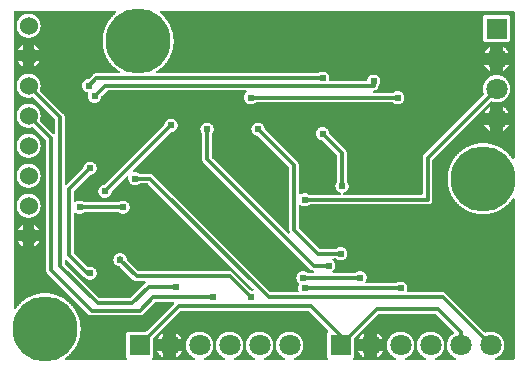
<source format=gbl>
G04 Layer: BottomLayer*
G04 EasyEDA v6.3.22, 2020-01-17T17:02:50--8:00*
G04 00b4f696a6e84f9c838c38f8efb8d84c,fa4d7a5b45b64ba9a5df01c69efcfd0a,10*
G04 Gerber Generator version 0.2*
G04 Scale: 100 percent, Rotated: No, Reflected: No *
G04 Dimensions in millimeters *
G04 leading zeros omitted , absolute positions ,3 integer and 3 decimal *
%FSLAX33Y33*%
%MOMM*%
G90*
G71D02*

%ADD11C,0.299999*%
%ADD14C,0.609600*%
%ADD16C,5.499989*%
%ADD17R,1.799996X1.799996*%
%ADD18C,1.799996*%
%ADD19C,1.524000*%

%LPD*%
G36*
G01X35984Y4165D02*
G01X31198Y4165D01*
G01X31182Y4164D01*
G01X31167Y4160D01*
G01X31152Y4154D01*
G01X31138Y4146D01*
G01X31126Y4135D01*
G01X29126Y2135D01*
G01X29116Y2123D01*
G01X29107Y2109D01*
G01X29101Y2094D01*
G01X29097Y2079D01*
G01X29096Y2063D01*
G01X29096Y623D01*
G01X29095Y599D01*
G01X29092Y576D01*
G01X29086Y553D01*
G01X29078Y530D01*
G01X29069Y509D01*
G01X29057Y488D01*
G01X29043Y468D01*
G01X29028Y450D01*
G01X29011Y433D01*
G01X29000Y421D01*
G01X28991Y406D01*
G01X28983Y391D01*
G01X28979Y374D01*
G01X28978Y358D01*
G01X28979Y343D01*
G01X28982Y329D01*
G01X28987Y315D01*
G01X28994Y303D01*
G01X29003Y291D01*
G01X29013Y281D01*
G01X29025Y272D01*
G01X29037Y265D01*
G01X29051Y260D01*
G01X29065Y257D01*
G01X29079Y256D01*
G01X30007Y256D01*
G01X30022Y257D01*
G01X30037Y261D01*
G01X30052Y257D01*
G01X30068Y256D01*
G01X30891Y256D01*
G01X30907Y257D01*
G01X30922Y261D01*
G01X30937Y257D01*
G01X30952Y256D01*
G01X32547Y256D01*
G01X32561Y257D01*
G01X32575Y260D01*
G01X32589Y265D01*
G01X32601Y272D01*
G01X32613Y281D01*
G01X32623Y291D01*
G01X32632Y303D01*
G01X32639Y315D01*
G01X32644Y329D01*
G01X32647Y343D01*
G01X32648Y358D01*
G01X32647Y373D01*
G01X32644Y387D01*
G01X32639Y401D01*
G01X32631Y415D01*
G01X32622Y426D01*
G01X32611Y436D01*
G01X32598Y445D01*
G01X32585Y452D01*
G01X32540Y471D01*
G01X32496Y492D01*
G01X32453Y516D01*
G01X32410Y541D01*
G01X32369Y567D01*
G01X32329Y595D01*
G01X32291Y625D01*
G01X32253Y657D01*
G01X32217Y690D01*
G01X32183Y725D01*
G01X32150Y761D01*
G01X32118Y799D01*
G01X32088Y837D01*
G01X32060Y877D01*
G01X32034Y918D01*
G01X32009Y961D01*
G01X31986Y1004D01*
G01X31965Y1049D01*
G01X31946Y1093D01*
G01X31929Y1139D01*
G01X31914Y1186D01*
G01X31900Y1233D01*
G01X31889Y1281D01*
G01X31880Y1328D01*
G01X31872Y1377D01*
G01X31867Y1425D01*
G01X31864Y1475D01*
G01X31863Y1524D01*
G01X31864Y1573D01*
G01X31867Y1622D01*
G01X31872Y1670D01*
G01X31880Y1719D01*
G01X31889Y1767D01*
G01X31900Y1815D01*
G01X31914Y1862D01*
G01X31929Y1909D01*
G01X31947Y1955D01*
G01X31965Y2000D01*
G01X31987Y2044D01*
G01X32010Y2087D01*
G01X32034Y2130D01*
G01X32061Y2171D01*
G01X32090Y2211D01*
G01X32120Y2250D01*
G01X32151Y2288D01*
G01X32184Y2324D01*
G01X32219Y2359D01*
G01X32255Y2392D01*
G01X32293Y2423D01*
G01X32332Y2453D01*
G01X32372Y2482D01*
G01X32413Y2509D01*
G01X32456Y2533D01*
G01X32499Y2556D01*
G01X32543Y2578D01*
G01X32588Y2596D01*
G01X32634Y2614D01*
G01X32681Y2629D01*
G01X32728Y2643D01*
G01X32776Y2654D01*
G01X32824Y2663D01*
G01X32873Y2671D01*
G01X32921Y2676D01*
G01X32970Y2679D01*
G01X33020Y2680D01*
G01X33069Y2679D01*
G01X33118Y2676D01*
G01X33166Y2671D01*
G01X33215Y2663D01*
G01X33263Y2654D01*
G01X33311Y2643D01*
G01X33358Y2629D01*
G01X33405Y2614D01*
G01X33451Y2596D01*
G01X33496Y2578D01*
G01X33540Y2556D01*
G01X33583Y2533D01*
G01X33626Y2509D01*
G01X33667Y2482D01*
G01X33707Y2453D01*
G01X33746Y2423D01*
G01X33784Y2392D01*
G01X33820Y2359D01*
G01X33855Y2324D01*
G01X33888Y2288D01*
G01X33919Y2250D01*
G01X33949Y2211D01*
G01X33978Y2171D01*
G01X34005Y2130D01*
G01X34029Y2087D01*
G01X34052Y2044D01*
G01X34074Y2000D01*
G01X34092Y1955D01*
G01X34110Y1909D01*
G01X34125Y1862D01*
G01X34139Y1815D01*
G01X34150Y1767D01*
G01X34159Y1719D01*
G01X34167Y1670D01*
G01X34172Y1622D01*
G01X34175Y1573D01*
G01X34176Y1524D01*
G01X34175Y1475D01*
G01X34172Y1425D01*
G01X34167Y1377D01*
G01X34159Y1328D01*
G01X34150Y1281D01*
G01X34139Y1233D01*
G01X34125Y1186D01*
G01X34110Y1139D01*
G01X34093Y1093D01*
G01X34074Y1049D01*
G01X34053Y1004D01*
G01X34030Y961D01*
G01X34005Y918D01*
G01X33979Y877D01*
G01X33951Y837D01*
G01X33921Y799D01*
G01X33889Y761D01*
G01X33856Y725D01*
G01X33822Y690D01*
G01X33786Y657D01*
G01X33748Y625D01*
G01X33710Y595D01*
G01X33670Y567D01*
G01X33629Y541D01*
G01X33586Y516D01*
G01X33543Y492D01*
G01X33499Y471D01*
G01X33454Y452D01*
G01X33441Y445D01*
G01X33428Y436D01*
G01X33417Y426D01*
G01X33408Y415D01*
G01X33401Y401D01*
G01X33395Y387D01*
G01X33392Y373D01*
G01X33391Y358D01*
G01X33392Y343D01*
G01X33395Y329D01*
G01X33400Y315D01*
G01X33407Y303D01*
G01X33416Y291D01*
G01X33426Y281D01*
G01X33438Y272D01*
G01X33450Y265D01*
G01X33464Y260D01*
G01X33478Y257D01*
G01X33492Y256D01*
G01X35087Y256D01*
G01X35101Y257D01*
G01X35115Y260D01*
G01X35129Y265D01*
G01X35141Y272D01*
G01X35153Y281D01*
G01X35163Y291D01*
G01X35172Y303D01*
G01X35179Y315D01*
G01X35184Y329D01*
G01X35187Y343D01*
G01X35188Y358D01*
G01X35187Y373D01*
G01X35184Y387D01*
G01X35179Y401D01*
G01X35171Y415D01*
G01X35162Y426D01*
G01X35151Y436D01*
G01X35138Y445D01*
G01X35125Y452D01*
G01X35080Y471D01*
G01X35036Y492D01*
G01X34993Y516D01*
G01X34950Y541D01*
G01X34909Y567D01*
G01X34869Y595D01*
G01X34831Y625D01*
G01X34793Y657D01*
G01X34757Y690D01*
G01X34723Y725D01*
G01X34690Y761D01*
G01X34658Y799D01*
G01X34628Y837D01*
G01X34600Y877D01*
G01X34574Y918D01*
G01X34549Y961D01*
G01X34526Y1004D01*
G01X34505Y1049D01*
G01X34486Y1093D01*
G01X34469Y1139D01*
G01X34454Y1186D01*
G01X34440Y1233D01*
G01X34429Y1281D01*
G01X34420Y1328D01*
G01X34412Y1377D01*
G01X34407Y1425D01*
G01X34404Y1475D01*
G01X34403Y1524D01*
G01X34404Y1573D01*
G01X34407Y1622D01*
G01X34412Y1670D01*
G01X34420Y1719D01*
G01X34429Y1767D01*
G01X34440Y1815D01*
G01X34454Y1862D01*
G01X34469Y1909D01*
G01X34487Y1955D01*
G01X34505Y2000D01*
G01X34527Y2044D01*
G01X34550Y2087D01*
G01X34574Y2130D01*
G01X34601Y2171D01*
G01X34630Y2211D01*
G01X34660Y2250D01*
G01X34691Y2288D01*
G01X34724Y2324D01*
G01X34759Y2359D01*
G01X34795Y2392D01*
G01X34833Y2423D01*
G01X34872Y2453D01*
G01X34912Y2482D01*
G01X34953Y2509D01*
G01X34996Y2533D01*
G01X35039Y2556D01*
G01X35083Y2578D01*
G01X35128Y2596D01*
G01X35174Y2614D01*
G01X35221Y2629D01*
G01X35268Y2643D01*
G01X35316Y2654D01*
G01X35364Y2663D01*
G01X35413Y2671D01*
G01X35461Y2676D01*
G01X35510Y2679D01*
G01X35560Y2680D01*
G01X35609Y2679D01*
G01X35658Y2676D01*
G01X35706Y2671D01*
G01X35755Y2663D01*
G01X35803Y2654D01*
G01X35851Y2643D01*
G01X35898Y2629D01*
G01X35945Y2614D01*
G01X35991Y2596D01*
G01X36036Y2578D01*
G01X36080Y2556D01*
G01X36123Y2533D01*
G01X36166Y2509D01*
G01X36207Y2482D01*
G01X36247Y2453D01*
G01X36286Y2423D01*
G01X36324Y2392D01*
G01X36360Y2359D01*
G01X36395Y2324D01*
G01X36428Y2288D01*
G01X36459Y2250D01*
G01X36489Y2211D01*
G01X36518Y2171D01*
G01X36545Y2130D01*
G01X36569Y2087D01*
G01X36592Y2044D01*
G01X36614Y2000D01*
G01X36632Y1955D01*
G01X36650Y1909D01*
G01X36665Y1862D01*
G01X36679Y1815D01*
G01X36690Y1767D01*
G01X36699Y1719D01*
G01X36707Y1670D01*
G01X36712Y1622D01*
G01X36715Y1573D01*
G01X36716Y1524D01*
G01X36715Y1475D01*
G01X36712Y1425D01*
G01X36707Y1377D01*
G01X36699Y1328D01*
G01X36690Y1281D01*
G01X36679Y1233D01*
G01X36665Y1186D01*
G01X36650Y1139D01*
G01X36633Y1093D01*
G01X36614Y1049D01*
G01X36593Y1004D01*
G01X36570Y961D01*
G01X36545Y918D01*
G01X36519Y877D01*
G01X36491Y837D01*
G01X36461Y799D01*
G01X36429Y761D01*
G01X36396Y725D01*
G01X36362Y690D01*
G01X36326Y657D01*
G01X36288Y625D01*
G01X36250Y595D01*
G01X36210Y567D01*
G01X36169Y541D01*
G01X36126Y516D01*
G01X36083Y492D01*
G01X36039Y471D01*
G01X35994Y452D01*
G01X35981Y445D01*
G01X35968Y436D01*
G01X35957Y426D01*
G01X35948Y415D01*
G01X35941Y401D01*
G01X35935Y387D01*
G01X35932Y373D01*
G01X35931Y358D01*
G01X35932Y343D01*
G01X35935Y329D01*
G01X35940Y315D01*
G01X35947Y303D01*
G01X35956Y291D01*
G01X35966Y281D01*
G01X35978Y272D01*
G01X35990Y265D01*
G01X36004Y260D01*
G01X36018Y257D01*
G01X36032Y256D01*
G01X37627Y256D01*
G01X37641Y257D01*
G01X37655Y260D01*
G01X37669Y265D01*
G01X37681Y272D01*
G01X37693Y281D01*
G01X37703Y291D01*
G01X37712Y303D01*
G01X37719Y315D01*
G01X37724Y329D01*
G01X37727Y343D01*
G01X37728Y358D01*
G01X37727Y373D01*
G01X37724Y387D01*
G01X37719Y401D01*
G01X37711Y415D01*
G01X37702Y426D01*
G01X37691Y436D01*
G01X37678Y445D01*
G01X37665Y452D01*
G01X37620Y471D01*
G01X37576Y492D01*
G01X37533Y516D01*
G01X37490Y541D01*
G01X37449Y567D01*
G01X37409Y595D01*
G01X37371Y625D01*
G01X37333Y657D01*
G01X37297Y690D01*
G01X37263Y725D01*
G01X37230Y761D01*
G01X37198Y799D01*
G01X37168Y837D01*
G01X37140Y877D01*
G01X37114Y918D01*
G01X37089Y961D01*
G01X37066Y1004D01*
G01X37045Y1049D01*
G01X37026Y1093D01*
G01X37009Y1139D01*
G01X36994Y1186D01*
G01X36980Y1233D01*
G01X36969Y1281D01*
G01X36960Y1328D01*
G01X36952Y1377D01*
G01X36947Y1425D01*
G01X36944Y1475D01*
G01X36943Y1524D01*
G01X36944Y1573D01*
G01X36947Y1622D01*
G01X36952Y1671D01*
G01X36960Y1720D01*
G01X36969Y1769D01*
G01X36981Y1817D01*
G01X36995Y1864D01*
G01X37010Y1912D01*
G01X37028Y1958D01*
G01X37047Y2003D01*
G01X37069Y2048D01*
G01X37092Y2091D01*
G01X37117Y2134D01*
G01X37144Y2175D01*
G01X37173Y2215D01*
G01X37203Y2255D01*
G01X37235Y2292D01*
G01X37269Y2328D01*
G01X37304Y2363D01*
G01X37341Y2396D01*
G01X37379Y2428D01*
G01X37418Y2458D01*
G01X37458Y2486D01*
G01X37501Y2513D01*
G01X37512Y2521D01*
G01X37523Y2532D01*
G01X37533Y2544D01*
G01X37540Y2556D01*
G01X37545Y2570D01*
G01X37548Y2585D01*
G01X37549Y2599D01*
G01X37548Y2616D01*
G01X37544Y2631D01*
G01X37538Y2646D01*
G01X37530Y2659D01*
G01X37519Y2672D01*
G01X36056Y4135D01*
G01X36044Y4146D01*
G01X36030Y4154D01*
G01X36015Y4160D01*
G01X36000Y4164D01*
G01X35984Y4165D01*
G37*

%LPC*%
G36*
G01X29966Y1010D02*
G01X29443Y1010D01*
G01X29491Y922D01*
G01X29518Y880D01*
G01X29547Y839D01*
G01X29578Y799D01*
G01X29610Y760D01*
G01X29644Y723D01*
G01X29679Y688D01*
G01X29716Y654D01*
G01X29755Y622D01*
G01X29795Y591D01*
G01X29836Y562D01*
G01X29878Y535D01*
G01X29966Y487D01*
G01X29966Y1010D01*
G37*
G36*
G01X31516Y1010D02*
G01X30993Y1010D01*
G01X30993Y487D01*
G01X31081Y535D01*
G01X31123Y562D01*
G01X31164Y591D01*
G01X31204Y622D01*
G01X31243Y654D01*
G01X31280Y688D01*
G01X31315Y723D01*
G01X31349Y760D01*
G01X31381Y799D01*
G01X31412Y839D01*
G01X31441Y880D01*
G01X31468Y922D01*
G01X31516Y1010D01*
G37*
G36*
G01X29966Y2037D02*
G01X29966Y2560D01*
G01X29878Y2512D01*
G01X29836Y2485D01*
G01X29795Y2456D01*
G01X29755Y2425D01*
G01X29716Y2393D01*
G01X29679Y2359D01*
G01X29644Y2324D01*
G01X29610Y2287D01*
G01X29578Y2248D01*
G01X29547Y2208D01*
G01X29518Y2167D01*
G01X29491Y2125D01*
G01X29443Y2037D01*
G01X29966Y2037D01*
G37*
G36*
G01X31081Y2512D02*
G01X30993Y2560D01*
G01X30993Y2037D01*
G01X31516Y2037D01*
G01X31468Y2125D01*
G01X31441Y2167D01*
G01X31412Y2208D01*
G01X31381Y2248D01*
G01X31349Y2287D01*
G01X31315Y2324D01*
G01X31280Y2359D01*
G01X31243Y2393D01*
G01X31204Y2425D01*
G01X31164Y2456D01*
G01X31123Y2485D01*
G01X31081Y2512D01*
G37*

%LPD*%
G36*
G01X25189Y4419D02*
G01X14434Y4419D01*
G01X14418Y4418D01*
G01X14403Y4414D01*
G01X14388Y4408D01*
G01X14374Y4400D01*
G01X14362Y4389D01*
G01X12108Y2135D01*
G01X12098Y2123D01*
G01X12089Y2109D01*
G01X12083Y2094D01*
G01X12079Y2079D01*
G01X12078Y2063D01*
G01X12078Y623D01*
G01X12077Y599D01*
G01X12074Y576D01*
G01X12068Y553D01*
G01X12060Y530D01*
G01X12051Y509D01*
G01X12039Y488D01*
G01X12025Y468D01*
G01X12010Y450D01*
G01X11993Y433D01*
G01X11982Y421D01*
G01X11973Y406D01*
G01X11965Y391D01*
G01X11961Y374D01*
G01X11960Y358D01*
G01X11961Y343D01*
G01X11964Y329D01*
G01X11969Y315D01*
G01X11976Y303D01*
G01X11985Y291D01*
G01X11995Y281D01*
G01X12007Y272D01*
G01X12019Y265D01*
G01X12033Y260D01*
G01X12047Y257D01*
G01X12061Y256D01*
G01X12989Y256D01*
G01X13004Y257D01*
G01X13019Y261D01*
G01X13034Y257D01*
G01X13050Y256D01*
G01X13873Y256D01*
G01X13889Y257D01*
G01X13904Y261D01*
G01X13919Y257D01*
G01X13934Y256D01*
G01X15529Y256D01*
G01X15543Y257D01*
G01X15557Y260D01*
G01X15571Y265D01*
G01X15583Y272D01*
G01X15595Y281D01*
G01X15605Y291D01*
G01X15614Y303D01*
G01X15621Y315D01*
G01X15626Y329D01*
G01X15629Y343D01*
G01X15630Y358D01*
G01X15629Y373D01*
G01X15626Y387D01*
G01X15621Y401D01*
G01X15613Y415D01*
G01X15604Y426D01*
G01X15593Y436D01*
G01X15580Y445D01*
G01X15567Y452D01*
G01X15522Y471D01*
G01X15478Y492D01*
G01X15435Y516D01*
G01X15392Y541D01*
G01X15351Y567D01*
G01X15311Y595D01*
G01X15273Y625D01*
G01X15235Y657D01*
G01X15199Y690D01*
G01X15165Y725D01*
G01X15132Y761D01*
G01X15100Y799D01*
G01X15070Y837D01*
G01X15042Y877D01*
G01X15016Y918D01*
G01X14991Y961D01*
G01X14968Y1004D01*
G01X14947Y1049D01*
G01X14928Y1093D01*
G01X14911Y1139D01*
G01X14896Y1186D01*
G01X14882Y1233D01*
G01X14871Y1281D01*
G01X14862Y1328D01*
G01X14854Y1377D01*
G01X14849Y1425D01*
G01X14846Y1475D01*
G01X14845Y1524D01*
G01X14846Y1573D01*
G01X14849Y1622D01*
G01X14854Y1670D01*
G01X14862Y1719D01*
G01X14871Y1767D01*
G01X14882Y1815D01*
G01X14896Y1862D01*
G01X14911Y1909D01*
G01X14929Y1955D01*
G01X14947Y2000D01*
G01X14969Y2044D01*
G01X14992Y2087D01*
G01X15016Y2130D01*
G01X15043Y2171D01*
G01X15072Y2211D01*
G01X15102Y2250D01*
G01X15133Y2288D01*
G01X15166Y2324D01*
G01X15201Y2359D01*
G01X15237Y2392D01*
G01X15275Y2423D01*
G01X15314Y2453D01*
G01X15354Y2482D01*
G01X15395Y2509D01*
G01X15438Y2533D01*
G01X15481Y2556D01*
G01X15525Y2578D01*
G01X15570Y2596D01*
G01X15616Y2614D01*
G01X15663Y2629D01*
G01X15710Y2643D01*
G01X15758Y2654D01*
G01X15806Y2663D01*
G01X15855Y2671D01*
G01X15903Y2676D01*
G01X15952Y2679D01*
G01X16002Y2680D01*
G01X16051Y2679D01*
G01X16100Y2676D01*
G01X16148Y2671D01*
G01X16197Y2663D01*
G01X16245Y2654D01*
G01X16293Y2643D01*
G01X16340Y2629D01*
G01X16387Y2614D01*
G01X16433Y2596D01*
G01X16478Y2578D01*
G01X16522Y2556D01*
G01X16565Y2533D01*
G01X16608Y2509D01*
G01X16649Y2482D01*
G01X16689Y2453D01*
G01X16728Y2423D01*
G01X16766Y2392D01*
G01X16802Y2359D01*
G01X16837Y2324D01*
G01X16870Y2288D01*
G01X16901Y2250D01*
G01X16931Y2211D01*
G01X16960Y2171D01*
G01X16987Y2130D01*
G01X17011Y2087D01*
G01X17034Y2044D01*
G01X17056Y2000D01*
G01X17074Y1955D01*
G01X17092Y1909D01*
G01X17107Y1862D01*
G01X17121Y1815D01*
G01X17132Y1767D01*
G01X17141Y1719D01*
G01X17149Y1670D01*
G01X17154Y1622D01*
G01X17157Y1573D01*
G01X17158Y1524D01*
G01X17157Y1475D01*
G01X17154Y1425D01*
G01X17149Y1377D01*
G01X17141Y1328D01*
G01X17132Y1281D01*
G01X17121Y1233D01*
G01X17107Y1186D01*
G01X17092Y1139D01*
G01X17075Y1093D01*
G01X17056Y1049D01*
G01X17035Y1004D01*
G01X17012Y961D01*
G01X16987Y918D01*
G01X16961Y877D01*
G01X16933Y837D01*
G01X16903Y799D01*
G01X16871Y761D01*
G01X16838Y725D01*
G01X16804Y690D01*
G01X16768Y657D01*
G01X16730Y625D01*
G01X16692Y595D01*
G01X16652Y567D01*
G01X16611Y541D01*
G01X16568Y516D01*
G01X16525Y492D01*
G01X16481Y471D01*
G01X16436Y452D01*
G01X16423Y445D01*
G01X16410Y436D01*
G01X16399Y426D01*
G01X16390Y415D01*
G01X16383Y401D01*
G01X16377Y387D01*
G01X16374Y373D01*
G01X16373Y358D01*
G01X16374Y343D01*
G01X16377Y329D01*
G01X16382Y315D01*
G01X16389Y303D01*
G01X16398Y291D01*
G01X16408Y281D01*
G01X16420Y272D01*
G01X16432Y265D01*
G01X16446Y260D01*
G01X16460Y257D01*
G01X16474Y256D01*
G01X18069Y256D01*
G01X18083Y257D01*
G01X18097Y260D01*
G01X18111Y265D01*
G01X18123Y272D01*
G01X18135Y281D01*
G01X18145Y291D01*
G01X18154Y303D01*
G01X18161Y315D01*
G01X18166Y329D01*
G01X18169Y343D01*
G01X18170Y358D01*
G01X18169Y373D01*
G01X18166Y387D01*
G01X18161Y401D01*
G01X18153Y415D01*
G01X18144Y426D01*
G01X18133Y436D01*
G01X18120Y445D01*
G01X18107Y452D01*
G01X18062Y471D01*
G01X18018Y492D01*
G01X17975Y516D01*
G01X17932Y541D01*
G01X17891Y567D01*
G01X17851Y595D01*
G01X17813Y625D01*
G01X17775Y657D01*
G01X17739Y690D01*
G01X17705Y725D01*
G01X17672Y761D01*
G01X17640Y799D01*
G01X17610Y837D01*
G01X17582Y877D01*
G01X17556Y918D01*
G01X17531Y961D01*
G01X17508Y1004D01*
G01X17487Y1049D01*
G01X17468Y1093D01*
G01X17451Y1139D01*
G01X17436Y1186D01*
G01X17422Y1233D01*
G01X17411Y1281D01*
G01X17402Y1328D01*
G01X17394Y1377D01*
G01X17389Y1425D01*
G01X17386Y1475D01*
G01X17385Y1524D01*
G01X17386Y1573D01*
G01X17389Y1622D01*
G01X17394Y1670D01*
G01X17402Y1719D01*
G01X17411Y1767D01*
G01X17422Y1815D01*
G01X17436Y1862D01*
G01X17451Y1909D01*
G01X17469Y1955D01*
G01X17487Y2000D01*
G01X17509Y2044D01*
G01X17532Y2087D01*
G01X17556Y2130D01*
G01X17583Y2171D01*
G01X17612Y2211D01*
G01X17642Y2250D01*
G01X17673Y2288D01*
G01X17706Y2324D01*
G01X17741Y2359D01*
G01X17777Y2392D01*
G01X17815Y2423D01*
G01X17854Y2453D01*
G01X17894Y2482D01*
G01X17935Y2509D01*
G01X17978Y2533D01*
G01X18021Y2556D01*
G01X18065Y2578D01*
G01X18110Y2596D01*
G01X18156Y2614D01*
G01X18203Y2629D01*
G01X18250Y2643D01*
G01X18298Y2654D01*
G01X18346Y2663D01*
G01X18395Y2671D01*
G01X18443Y2676D01*
G01X18492Y2679D01*
G01X18542Y2680D01*
G01X18591Y2679D01*
G01X18640Y2676D01*
G01X18688Y2671D01*
G01X18737Y2663D01*
G01X18785Y2654D01*
G01X18833Y2643D01*
G01X18880Y2629D01*
G01X18927Y2614D01*
G01X18973Y2596D01*
G01X19018Y2578D01*
G01X19062Y2556D01*
G01X19105Y2533D01*
G01X19148Y2509D01*
G01X19189Y2482D01*
G01X19229Y2453D01*
G01X19268Y2423D01*
G01X19306Y2392D01*
G01X19342Y2359D01*
G01X19377Y2324D01*
G01X19410Y2288D01*
G01X19441Y2250D01*
G01X19471Y2211D01*
G01X19500Y2171D01*
G01X19527Y2130D01*
G01X19551Y2087D01*
G01X19574Y2044D01*
G01X19596Y2000D01*
G01X19614Y1955D01*
G01X19632Y1909D01*
G01X19647Y1862D01*
G01X19661Y1815D01*
G01X19672Y1767D01*
G01X19681Y1719D01*
G01X19689Y1670D01*
G01X19694Y1622D01*
G01X19697Y1573D01*
G01X19698Y1524D01*
G01X19697Y1475D01*
G01X19694Y1425D01*
G01X19689Y1377D01*
G01X19681Y1328D01*
G01X19672Y1281D01*
G01X19661Y1233D01*
G01X19647Y1186D01*
G01X19632Y1139D01*
G01X19615Y1093D01*
G01X19596Y1049D01*
G01X19575Y1004D01*
G01X19552Y961D01*
G01X19527Y918D01*
G01X19501Y877D01*
G01X19473Y837D01*
G01X19443Y799D01*
G01X19411Y761D01*
G01X19378Y725D01*
G01X19344Y690D01*
G01X19308Y657D01*
G01X19270Y625D01*
G01X19232Y595D01*
G01X19192Y567D01*
G01X19151Y541D01*
G01X19108Y516D01*
G01X19065Y492D01*
G01X19021Y471D01*
G01X18976Y452D01*
G01X18963Y445D01*
G01X18950Y436D01*
G01X18939Y426D01*
G01X18930Y415D01*
G01X18923Y401D01*
G01X18917Y387D01*
G01X18914Y373D01*
G01X18913Y358D01*
G01X18914Y343D01*
G01X18917Y329D01*
G01X18922Y315D01*
G01X18929Y303D01*
G01X18938Y291D01*
G01X18948Y281D01*
G01X18960Y272D01*
G01X18972Y265D01*
G01X18986Y260D01*
G01X19000Y257D01*
G01X19014Y256D01*
G01X20609Y256D01*
G01X20623Y257D01*
G01X20637Y260D01*
G01X20651Y265D01*
G01X20663Y272D01*
G01X20675Y281D01*
G01X20685Y291D01*
G01X20694Y303D01*
G01X20701Y315D01*
G01X20706Y329D01*
G01X20709Y343D01*
G01X20710Y358D01*
G01X20709Y373D01*
G01X20706Y387D01*
G01X20701Y401D01*
G01X20693Y415D01*
G01X20684Y426D01*
G01X20673Y436D01*
G01X20660Y445D01*
G01X20647Y452D01*
G01X20602Y471D01*
G01X20558Y492D01*
G01X20515Y516D01*
G01X20472Y541D01*
G01X20431Y567D01*
G01X20391Y595D01*
G01X20353Y625D01*
G01X20315Y657D01*
G01X20279Y690D01*
G01X20245Y725D01*
G01X20212Y761D01*
G01X20180Y799D01*
G01X20150Y837D01*
G01X20122Y877D01*
G01X20096Y918D01*
G01X20071Y961D01*
G01X20048Y1004D01*
G01X20027Y1049D01*
G01X20008Y1093D01*
G01X19991Y1139D01*
G01X19976Y1186D01*
G01X19962Y1233D01*
G01X19951Y1281D01*
G01X19942Y1328D01*
G01X19934Y1377D01*
G01X19929Y1425D01*
G01X19926Y1475D01*
G01X19925Y1524D01*
G01X19926Y1573D01*
G01X19929Y1622D01*
G01X19934Y1670D01*
G01X19942Y1719D01*
G01X19951Y1767D01*
G01X19962Y1815D01*
G01X19976Y1862D01*
G01X19991Y1909D01*
G01X20009Y1955D01*
G01X20027Y2000D01*
G01X20049Y2044D01*
G01X20072Y2087D01*
G01X20096Y2130D01*
G01X20123Y2171D01*
G01X20152Y2211D01*
G01X20182Y2250D01*
G01X20213Y2288D01*
G01X20246Y2324D01*
G01X20281Y2359D01*
G01X20317Y2392D01*
G01X20355Y2423D01*
G01X20394Y2453D01*
G01X20434Y2482D01*
G01X20475Y2509D01*
G01X20518Y2533D01*
G01X20561Y2556D01*
G01X20605Y2578D01*
G01X20650Y2596D01*
G01X20696Y2614D01*
G01X20743Y2629D01*
G01X20790Y2643D01*
G01X20838Y2654D01*
G01X20886Y2663D01*
G01X20935Y2671D01*
G01X20983Y2676D01*
G01X21032Y2679D01*
G01X21082Y2680D01*
G01X21131Y2679D01*
G01X21180Y2676D01*
G01X21228Y2671D01*
G01X21277Y2663D01*
G01X21325Y2654D01*
G01X21373Y2643D01*
G01X21420Y2629D01*
G01X21467Y2614D01*
G01X21513Y2596D01*
G01X21558Y2578D01*
G01X21602Y2556D01*
G01X21645Y2533D01*
G01X21688Y2509D01*
G01X21729Y2482D01*
G01X21769Y2453D01*
G01X21808Y2423D01*
G01X21846Y2392D01*
G01X21882Y2359D01*
G01X21917Y2324D01*
G01X21950Y2288D01*
G01X21981Y2250D01*
G01X22011Y2211D01*
G01X22040Y2171D01*
G01X22067Y2130D01*
G01X22091Y2087D01*
G01X22114Y2044D01*
G01X22136Y2000D01*
G01X22154Y1955D01*
G01X22172Y1909D01*
G01X22187Y1862D01*
G01X22201Y1815D01*
G01X22212Y1767D01*
G01X22221Y1719D01*
G01X22229Y1670D01*
G01X22234Y1622D01*
G01X22237Y1573D01*
G01X22238Y1524D01*
G01X22237Y1475D01*
G01X22234Y1425D01*
G01X22229Y1377D01*
G01X22221Y1328D01*
G01X22212Y1281D01*
G01X22201Y1233D01*
G01X22187Y1186D01*
G01X22172Y1139D01*
G01X22155Y1093D01*
G01X22136Y1049D01*
G01X22115Y1004D01*
G01X22092Y961D01*
G01X22067Y918D01*
G01X22041Y877D01*
G01X22013Y837D01*
G01X21983Y799D01*
G01X21951Y761D01*
G01X21918Y725D01*
G01X21884Y690D01*
G01X21848Y657D01*
G01X21810Y625D01*
G01X21772Y595D01*
G01X21732Y567D01*
G01X21691Y541D01*
G01X21648Y516D01*
G01X21605Y492D01*
G01X21561Y471D01*
G01X21516Y452D01*
G01X21503Y445D01*
G01X21490Y436D01*
G01X21479Y426D01*
G01X21470Y415D01*
G01X21463Y401D01*
G01X21457Y387D01*
G01X21454Y373D01*
G01X21453Y358D01*
G01X21454Y343D01*
G01X21457Y329D01*
G01X21462Y315D01*
G01X21469Y303D01*
G01X21478Y291D01*
G01X21488Y281D01*
G01X21500Y272D01*
G01X21512Y265D01*
G01X21526Y260D01*
G01X21540Y257D01*
G01X21554Y256D01*
G01X23149Y256D01*
G01X23163Y257D01*
G01X23177Y260D01*
G01X23191Y265D01*
G01X23203Y272D01*
G01X23215Y281D01*
G01X23225Y291D01*
G01X23234Y303D01*
G01X23241Y315D01*
G01X23246Y329D01*
G01X23249Y343D01*
G01X23250Y358D01*
G01X23249Y373D01*
G01X23246Y387D01*
G01X23241Y401D01*
G01X23233Y415D01*
G01X23224Y426D01*
G01X23213Y436D01*
G01X23200Y445D01*
G01X23187Y452D01*
G01X23142Y471D01*
G01X23098Y492D01*
G01X23055Y516D01*
G01X23012Y541D01*
G01X22971Y567D01*
G01X22931Y595D01*
G01X22893Y625D01*
G01X22855Y657D01*
G01X22819Y690D01*
G01X22785Y725D01*
G01X22752Y761D01*
G01X22720Y799D01*
G01X22690Y837D01*
G01X22662Y877D01*
G01X22636Y918D01*
G01X22611Y961D01*
G01X22588Y1004D01*
G01X22567Y1049D01*
G01X22548Y1093D01*
G01X22531Y1139D01*
G01X22516Y1186D01*
G01X22502Y1233D01*
G01X22491Y1281D01*
G01X22482Y1328D01*
G01X22474Y1377D01*
G01X22469Y1425D01*
G01X22466Y1475D01*
G01X22465Y1524D01*
G01X22466Y1573D01*
G01X22469Y1622D01*
G01X22474Y1670D01*
G01X22482Y1719D01*
G01X22491Y1767D01*
G01X22502Y1815D01*
G01X22516Y1862D01*
G01X22531Y1909D01*
G01X22549Y1955D01*
G01X22567Y2000D01*
G01X22589Y2044D01*
G01X22612Y2087D01*
G01X22636Y2130D01*
G01X22663Y2171D01*
G01X22692Y2211D01*
G01X22722Y2250D01*
G01X22753Y2288D01*
G01X22786Y2324D01*
G01X22821Y2359D01*
G01X22857Y2392D01*
G01X22895Y2423D01*
G01X22934Y2453D01*
G01X22974Y2482D01*
G01X23015Y2509D01*
G01X23058Y2533D01*
G01X23101Y2556D01*
G01X23145Y2578D01*
G01X23190Y2596D01*
G01X23236Y2614D01*
G01X23283Y2629D01*
G01X23330Y2643D01*
G01X23378Y2654D01*
G01X23426Y2663D01*
G01X23475Y2671D01*
G01X23523Y2676D01*
G01X23572Y2679D01*
G01X23622Y2680D01*
G01X23671Y2679D01*
G01X23720Y2676D01*
G01X23768Y2671D01*
G01X23817Y2663D01*
G01X23865Y2654D01*
G01X23913Y2643D01*
G01X23960Y2629D01*
G01X24007Y2614D01*
G01X24053Y2596D01*
G01X24098Y2578D01*
G01X24142Y2556D01*
G01X24185Y2533D01*
G01X24228Y2509D01*
G01X24269Y2482D01*
G01X24309Y2453D01*
G01X24348Y2423D01*
G01X24386Y2392D01*
G01X24422Y2359D01*
G01X24457Y2324D01*
G01X24490Y2288D01*
G01X24521Y2250D01*
G01X24551Y2211D01*
G01X24580Y2171D01*
G01X24607Y2130D01*
G01X24631Y2087D01*
G01X24654Y2044D01*
G01X24676Y2000D01*
G01X24694Y1955D01*
G01X24712Y1909D01*
G01X24727Y1862D01*
G01X24741Y1815D01*
G01X24752Y1767D01*
G01X24761Y1719D01*
G01X24769Y1670D01*
G01X24774Y1622D01*
G01X24777Y1573D01*
G01X24778Y1524D01*
G01X24777Y1475D01*
G01X24774Y1425D01*
G01X24769Y1377D01*
G01X24761Y1328D01*
G01X24752Y1281D01*
G01X24741Y1233D01*
G01X24727Y1186D01*
G01X24712Y1139D01*
G01X24695Y1093D01*
G01X24676Y1049D01*
G01X24655Y1004D01*
G01X24632Y961D01*
G01X24607Y918D01*
G01X24581Y877D01*
G01X24553Y837D01*
G01X24523Y799D01*
G01X24491Y761D01*
G01X24458Y725D01*
G01X24424Y690D01*
G01X24388Y657D01*
G01X24350Y625D01*
G01X24312Y595D01*
G01X24272Y567D01*
G01X24231Y541D01*
G01X24188Y516D01*
G01X24145Y492D01*
G01X24101Y471D01*
G01X24056Y452D01*
G01X24043Y445D01*
G01X24030Y436D01*
G01X24019Y426D01*
G01X24010Y415D01*
G01X24003Y401D01*
G01X23997Y387D01*
G01X23994Y373D01*
G01X23993Y358D01*
G01X23994Y343D01*
G01X23997Y329D01*
G01X24002Y315D01*
G01X24009Y303D01*
G01X24018Y291D01*
G01X24028Y281D01*
G01X24040Y272D01*
G01X24052Y265D01*
G01X24066Y260D01*
G01X24080Y257D01*
G01X24094Y256D01*
G01X26800Y256D01*
G01X26814Y257D01*
G01X26828Y260D01*
G01X26842Y265D01*
G01X26854Y272D01*
G01X26866Y281D01*
G01X26876Y291D01*
G01X26885Y303D01*
G01X26892Y315D01*
G01X26897Y329D01*
G01X26900Y343D01*
G01X26901Y358D01*
G01X26900Y374D01*
G01X26896Y391D01*
G01X26888Y406D01*
G01X26879Y421D01*
G01X26868Y433D01*
G01X26851Y450D01*
G01X26836Y468D01*
G01X26822Y488D01*
G01X26810Y509D01*
G01X26801Y530D01*
G01X26793Y553D01*
G01X26787Y576D01*
G01X26784Y599D01*
G01X26783Y623D01*
G01X26783Y2424D01*
G01X26784Y2448D01*
G01X26788Y2473D01*
G01X26793Y2497D01*
G01X26802Y2520D01*
G01X26812Y2543D01*
G01X26825Y2564D01*
G01X26840Y2584D01*
G01X26856Y2603D01*
G01X26874Y2620D01*
G01X26885Y2630D01*
G01X26894Y2642D01*
G01X26901Y2655D01*
G01X26906Y2669D01*
G01X26909Y2683D01*
G01X26910Y2697D01*
G01X26909Y2713D01*
G01X26906Y2729D01*
G01X26900Y2744D01*
G01X26891Y2757D01*
G01X26881Y2769D01*
G01X25261Y4389D01*
G01X25249Y4400D01*
G01X25235Y4408D01*
G01X25220Y4414D01*
G01X25205Y4418D01*
G01X25189Y4419D01*
G37*

%LPC*%
G36*
G01X12948Y1010D02*
G01X12425Y1010D01*
G01X12473Y922D01*
G01X12500Y880D01*
G01X12529Y839D01*
G01X12560Y799D01*
G01X12592Y760D01*
G01X12626Y723D01*
G01X12661Y688D01*
G01X12698Y654D01*
G01X12737Y622D01*
G01X12777Y591D01*
G01X12818Y562D01*
G01X12860Y535D01*
G01X12948Y487D01*
G01X12948Y1010D01*
G37*
G36*
G01X14498Y1010D02*
G01X13975Y1010D01*
G01X13975Y487D01*
G01X14063Y535D01*
G01X14105Y562D01*
G01X14146Y591D01*
G01X14186Y622D01*
G01X14225Y654D01*
G01X14262Y688D01*
G01X14297Y723D01*
G01X14331Y760D01*
G01X14363Y799D01*
G01X14394Y839D01*
G01X14423Y880D01*
G01X14450Y922D01*
G01X14498Y1010D01*
G37*
G36*
G01X14063Y2512D02*
G01X13975Y2560D01*
G01X13975Y2037D01*
G01X14498Y2037D01*
G01X14450Y2125D01*
G01X14423Y2167D01*
G01X14394Y2208D01*
G01X14363Y2248D01*
G01X14331Y2287D01*
G01X14297Y2324D01*
G01X14262Y2359D01*
G01X14225Y2393D01*
G01X14186Y2425D01*
G01X14146Y2456D01*
G01X14105Y2485D01*
G01X14063Y2512D01*
G37*
G36*
G01X12948Y2037D02*
G01X12948Y2560D01*
G01X12860Y2512D01*
G01X12818Y2485D01*
G01X12777Y2456D01*
G01X12737Y2425D01*
G01X12698Y2393D01*
G01X12661Y2359D01*
G01X12626Y2324D01*
G01X12592Y2287D01*
G01X12560Y2248D01*
G01X12529Y2208D01*
G01X12500Y2167D01*
G01X12473Y2125D01*
G01X12425Y2037D01*
G01X12948Y2037D01*
G37*

%LPD*%
G36*
G01X8864Y29842D02*
G01X358Y29842D01*
G01X343Y29841D01*
G01X329Y29838D01*
G01X315Y29833D01*
G01X303Y29826D01*
G01X291Y29817D01*
G01X281Y29807D01*
G01X272Y29795D01*
G01X265Y29783D01*
G01X260Y29769D01*
G01X257Y29755D01*
G01X256Y29740D01*
G01X256Y4679D01*
G01X257Y4664D01*
G01X260Y4650D01*
G01X265Y4637D01*
G01X272Y4624D01*
G01X281Y4613D01*
G01X291Y4602D01*
G01X303Y4593D01*
G01X315Y4587D01*
G01X329Y4582D01*
G01X343Y4579D01*
G01X358Y4578D01*
G01X374Y4579D01*
G01X390Y4583D01*
G01X405Y4589D01*
G01X419Y4598D01*
G01X431Y4609D01*
G01X441Y4621D01*
G01X487Y4686D01*
G01X534Y4749D01*
G01X583Y4811D01*
G01X633Y4872D01*
G01X685Y4931D01*
G01X738Y4989D01*
G01X793Y5045D01*
G01X849Y5100D01*
G01X907Y5154D01*
G01X1027Y5256D01*
G01X1089Y5305D01*
G01X1152Y5352D01*
G01X1216Y5398D01*
G01X1282Y5441D01*
G01X1348Y5483D01*
G01X1416Y5523D01*
G01X1485Y5562D01*
G01X1554Y5599D01*
G01X1625Y5634D01*
G01X1697Y5667D01*
G01X1769Y5698D01*
G01X1842Y5727D01*
G01X1916Y5754D01*
G01X1991Y5780D01*
G01X2066Y5803D01*
G01X2142Y5824D01*
G01X2218Y5844D01*
G01X2295Y5861D01*
G01X2372Y5877D01*
G01X2450Y5890D01*
G01X2528Y5901D01*
G01X2606Y5911D01*
G01X2684Y5918D01*
G01X2763Y5923D01*
G01X2842Y5926D01*
G01X2921Y5927D01*
G01X2999Y5926D01*
G01X3078Y5923D01*
G01X3156Y5918D01*
G01X3235Y5911D01*
G01X3313Y5901D01*
G01X3391Y5890D01*
G01X3469Y5877D01*
G01X3545Y5861D01*
G01X3623Y5844D01*
G01X3699Y5825D01*
G01X3774Y5803D01*
G01X3850Y5780D01*
G01X3924Y5755D01*
G01X3998Y5727D01*
G01X4071Y5698D01*
G01X4143Y5667D01*
G01X4215Y5634D01*
G01X4285Y5599D01*
G01X4355Y5563D01*
G01X4424Y5524D01*
G01X4491Y5484D01*
G01X4558Y5442D01*
G01X4623Y5398D01*
G01X4688Y5353D01*
G01X4751Y5306D01*
G01X4813Y5257D01*
G01X4873Y5207D01*
G01X4932Y5155D01*
G01X4990Y5101D01*
G01X5046Y5046D01*
G01X5101Y4990D01*
G01X5155Y4932D01*
G01X5207Y4873D01*
G01X5257Y4813D01*
G01X5306Y4751D01*
G01X5353Y4688D01*
G01X5398Y4623D01*
G01X5442Y4558D01*
G01X5484Y4491D01*
G01X5524Y4424D01*
G01X5563Y4355D01*
G01X5599Y4285D01*
G01X5634Y4215D01*
G01X5667Y4143D01*
G01X5698Y4071D01*
G01X5727Y3998D01*
G01X5755Y3924D01*
G01X5780Y3850D01*
G01X5803Y3774D01*
G01X5825Y3699D01*
G01X5844Y3623D01*
G01X5861Y3545D01*
G01X5877Y3469D01*
G01X5890Y3391D01*
G01X5901Y3313D01*
G01X5911Y3235D01*
G01X5918Y3156D01*
G01X5923Y3078D01*
G01X5926Y2999D01*
G01X5927Y2921D01*
G01X5926Y2842D01*
G01X5923Y2763D01*
G01X5918Y2684D01*
G01X5911Y2606D01*
G01X5901Y2528D01*
G01X5890Y2450D01*
G01X5877Y2372D01*
G01X5861Y2295D01*
G01X5844Y2218D01*
G01X5824Y2142D01*
G01X5803Y2066D01*
G01X5780Y1991D01*
G01X5754Y1916D01*
G01X5727Y1842D01*
G01X5698Y1769D01*
G01X5667Y1697D01*
G01X5634Y1625D01*
G01X5599Y1554D01*
G01X5562Y1485D01*
G01X5523Y1416D01*
G01X5483Y1348D01*
G01X5441Y1282D01*
G01X5398Y1216D01*
G01X5352Y1152D01*
G01X5305Y1089D01*
G01X5256Y1027D01*
G01X5154Y907D01*
G01X5100Y849D01*
G01X5045Y793D01*
G01X4989Y738D01*
G01X4931Y685D01*
G01X4872Y633D01*
G01X4811Y583D01*
G01X4749Y534D01*
G01X4686Y487D01*
G01X4621Y441D01*
G01X4609Y431D01*
G01X4598Y419D01*
G01X4589Y405D01*
G01X4583Y390D01*
G01X4579Y374D01*
G01X4578Y358D01*
G01X4579Y343D01*
G01X4582Y329D01*
G01X4587Y315D01*
G01X4593Y303D01*
G01X4602Y291D01*
G01X4613Y281D01*
G01X4624Y272D01*
G01X4637Y265D01*
G01X4650Y260D01*
G01X4664Y257D01*
G01X4679Y256D01*
G01X9782Y256D01*
G01X9796Y257D01*
G01X9810Y260D01*
G01X9824Y265D01*
G01X9836Y272D01*
G01X9848Y281D01*
G01X9858Y291D01*
G01X9867Y303D01*
G01X9874Y315D01*
G01X9879Y329D01*
G01X9882Y343D01*
G01X9883Y358D01*
G01X9882Y374D01*
G01X9878Y391D01*
G01X9870Y406D01*
G01X9861Y421D01*
G01X9850Y433D01*
G01X9833Y450D01*
G01X9818Y468D01*
G01X9804Y488D01*
G01X9792Y509D01*
G01X9783Y530D01*
G01X9775Y553D01*
G01X9769Y576D01*
G01X9766Y599D01*
G01X9765Y623D01*
G01X9765Y2424D01*
G01X9766Y2447D01*
G01X9769Y2470D01*
G01X9775Y2494D01*
G01X9782Y2516D01*
G01X9792Y2538D01*
G01X9803Y2558D01*
G01X9817Y2578D01*
G01X9832Y2596D01*
G01X9849Y2613D01*
G01X9867Y2628D01*
G01X9887Y2642D01*
G01X9907Y2653D01*
G01X9929Y2663D01*
G01X9951Y2670D01*
G01X9975Y2676D01*
G01X9998Y2679D01*
G01X10021Y2680D01*
G01X11461Y2680D01*
G01X11477Y2681D01*
G01X11492Y2685D01*
G01X11507Y2691D01*
G01X11521Y2700D01*
G01X11533Y2710D01*
G01X13831Y5007D01*
G01X13841Y5020D01*
G01X13849Y5033D01*
G01X13855Y5048D01*
G01X13859Y5063D01*
G01X13860Y5080D01*
G01X13859Y5094D01*
G01X13856Y5108D01*
G01X13851Y5122D01*
G01X13844Y5134D01*
G01X13835Y5146D01*
G01X13825Y5156D01*
G01X13814Y5165D01*
G01X13801Y5172D01*
G01X13787Y5177D01*
G01X13773Y5180D01*
G01X13759Y5181D01*
G01X12275Y5181D01*
G01X12259Y5180D01*
G01X12244Y5176D01*
G01X12229Y5170D01*
G01X12215Y5162D01*
G01X12203Y5151D01*
G01X11209Y4157D01*
G01X11188Y4137D01*
G01X11165Y4119D01*
G01X11141Y4103D01*
G01X11117Y4088D01*
G01X11090Y4075D01*
G01X11064Y4064D01*
G01X11036Y4054D01*
G01X11008Y4047D01*
G01X10979Y4042D01*
G01X10950Y4039D01*
G01X10922Y4038D01*
G01X6858Y4038D01*
G01X6829Y4039D01*
G01X6800Y4042D01*
G01X6771Y4047D01*
G01X6743Y4054D01*
G01X6715Y4064D01*
G01X6689Y4075D01*
G01X6662Y4088D01*
G01X6638Y4103D01*
G01X6614Y4119D01*
G01X6591Y4137D01*
G01X6570Y4157D01*
G01X3141Y7586D01*
G01X3121Y7607D01*
G01X3103Y7630D01*
G01X3087Y7654D01*
G01X3072Y7678D01*
G01X3059Y7705D01*
G01X3048Y7731D01*
G01X3038Y7759D01*
G01X3031Y7787D01*
G01X3026Y7816D01*
G01X3023Y7845D01*
G01X3022Y7874D01*
G01X3022Y18839D01*
G01X3021Y18855D01*
G01X3017Y18870D01*
G01X3011Y18885D01*
G01X3003Y18899D01*
G01X2992Y18911D01*
G01X1942Y19961D01*
G01X1930Y19972D01*
G01X1916Y19980D01*
G01X1901Y19986D01*
G01X1886Y19990D01*
G01X1870Y19991D01*
G01X1854Y19990D01*
G01X1838Y19986D01*
G01X1795Y19973D01*
G01X1751Y19961D01*
G01X1705Y19952D01*
G01X1660Y19945D01*
G01X1615Y19940D01*
G01X1569Y19937D01*
G01X1524Y19936D01*
G01X1478Y19937D01*
G01X1432Y19940D01*
G01X1387Y19945D01*
G01X1342Y19952D01*
G01X1297Y19961D01*
G01X1253Y19973D01*
G01X1209Y19986D01*
G01X1165Y20001D01*
G01X1123Y20018D01*
G01X1082Y20037D01*
G01X1041Y20057D01*
G01X1001Y20080D01*
G01X962Y20105D01*
G01X925Y20131D01*
G01X889Y20158D01*
G01X853Y20187D01*
G01X819Y20218D01*
G01X787Y20250D01*
G01X756Y20284D01*
G01X727Y20320D01*
G01X700Y20356D01*
G01X674Y20393D01*
G01X649Y20432D01*
G01X626Y20472D01*
G01X606Y20513D01*
G01X587Y20554D01*
G01X570Y20596D01*
G01X555Y20640D01*
G01X542Y20684D01*
G01X530Y20728D01*
G01X521Y20773D01*
G01X514Y20818D01*
G01X509Y20863D01*
G01X506Y20909D01*
G01X505Y20955D01*
G01X506Y21000D01*
G01X509Y21046D01*
G01X514Y21091D01*
G01X521Y21136D01*
G01X530Y21181D01*
G01X542Y21225D01*
G01X555Y21269D01*
G01X570Y21313D01*
G01X587Y21355D01*
G01X606Y21396D01*
G01X626Y21437D01*
G01X649Y21477D01*
G01X674Y21516D01*
G01X700Y21553D01*
G01X727Y21590D01*
G01X756Y21625D01*
G01X787Y21659D01*
G01X819Y21691D01*
G01X853Y21722D01*
G01X889Y21751D01*
G01X925Y21778D01*
G01X962Y21804D01*
G01X1001Y21829D01*
G01X1041Y21852D01*
G01X1082Y21872D01*
G01X1123Y21891D01*
G01X1165Y21908D01*
G01X1209Y21923D01*
G01X1253Y21936D01*
G01X1297Y21948D01*
G01X1342Y21957D01*
G01X1387Y21964D01*
G01X1432Y21969D01*
G01X1478Y21972D01*
G01X1524Y21973D01*
G01X1569Y21972D01*
G01X1615Y21969D01*
G01X1660Y21964D01*
G01X1705Y21957D01*
G01X1750Y21948D01*
G01X1794Y21936D01*
G01X1838Y21923D01*
G01X1882Y21908D01*
G01X1924Y21891D01*
G01X1965Y21872D01*
G01X2006Y21852D01*
G01X2046Y21829D01*
G01X2085Y21804D01*
G01X2122Y21778D01*
G01X2159Y21751D01*
G01X2194Y21722D01*
G01X2228Y21691D01*
G01X2260Y21659D01*
G01X2291Y21625D01*
G01X2320Y21590D01*
G01X2347Y21553D01*
G01X2373Y21516D01*
G01X2398Y21477D01*
G01X2421Y21437D01*
G01X2441Y21396D01*
G01X2460Y21355D01*
G01X2477Y21313D01*
G01X2492Y21269D01*
G01X2505Y21225D01*
G01X2517Y21181D01*
G01X2526Y21136D01*
G01X2533Y21091D01*
G01X2538Y21046D01*
G01X2541Y21000D01*
G01X2542Y20955D01*
G01X2541Y20909D01*
G01X2538Y20863D01*
G01X2533Y20818D01*
G01X2526Y20773D01*
G01X2517Y20727D01*
G01X2505Y20683D01*
G01X2492Y20640D01*
G01X2488Y20624D01*
G01X2487Y20608D01*
G01X2488Y20592D01*
G01X2492Y20577D01*
G01X2498Y20562D01*
G01X2506Y20548D01*
G01X2517Y20536D01*
G01X3610Y19442D01*
G01X3623Y19432D01*
G01X3636Y19424D01*
G01X3651Y19418D01*
G01X3666Y19414D01*
G01X3683Y19413D01*
G01X3697Y19414D01*
G01X3711Y19417D01*
G01X3725Y19422D01*
G01X3737Y19429D01*
G01X3749Y19438D01*
G01X3759Y19448D01*
G01X3768Y19459D01*
G01X3775Y19472D01*
G01X3780Y19486D01*
G01X3783Y19500D01*
G01X3784Y19514D01*
G01X3784Y20617D01*
G01X3783Y20633D01*
G01X3779Y20648D01*
G01X3773Y20663D01*
G01X3765Y20677D01*
G01X3754Y20689D01*
G01X1942Y22501D01*
G01X1930Y22512D01*
G01X1916Y22520D01*
G01X1901Y22526D01*
G01X1886Y22530D01*
G01X1870Y22531D01*
G01X1854Y22530D01*
G01X1838Y22526D01*
G01X1795Y22513D01*
G01X1751Y22501D01*
G01X1705Y22492D01*
G01X1660Y22485D01*
G01X1615Y22480D01*
G01X1569Y22477D01*
G01X1524Y22476D01*
G01X1478Y22477D01*
G01X1432Y22480D01*
G01X1387Y22485D01*
G01X1342Y22492D01*
G01X1297Y22501D01*
G01X1253Y22513D01*
G01X1209Y22526D01*
G01X1165Y22541D01*
G01X1123Y22558D01*
G01X1082Y22577D01*
G01X1041Y22597D01*
G01X1001Y22620D01*
G01X962Y22645D01*
G01X925Y22671D01*
G01X889Y22698D01*
G01X853Y22727D01*
G01X819Y22758D01*
G01X787Y22790D01*
G01X756Y22824D01*
G01X727Y22860D01*
G01X700Y22896D01*
G01X674Y22933D01*
G01X649Y22972D01*
G01X626Y23012D01*
G01X606Y23053D01*
G01X587Y23094D01*
G01X570Y23136D01*
G01X555Y23180D01*
G01X542Y23224D01*
G01X530Y23268D01*
G01X521Y23313D01*
G01X514Y23358D01*
G01X509Y23403D01*
G01X506Y23449D01*
G01X505Y23495D01*
G01X506Y23540D01*
G01X509Y23586D01*
G01X514Y23631D01*
G01X521Y23676D01*
G01X530Y23721D01*
G01X542Y23765D01*
G01X555Y23809D01*
G01X570Y23853D01*
G01X587Y23895D01*
G01X606Y23936D01*
G01X626Y23977D01*
G01X649Y24017D01*
G01X674Y24056D01*
G01X700Y24093D01*
G01X727Y24130D01*
G01X756Y24165D01*
G01X787Y24199D01*
G01X819Y24231D01*
G01X853Y24262D01*
G01X889Y24291D01*
G01X925Y24318D01*
G01X962Y24344D01*
G01X1001Y24369D01*
G01X1041Y24392D01*
G01X1082Y24412D01*
G01X1123Y24431D01*
G01X1165Y24448D01*
G01X1209Y24463D01*
G01X1253Y24476D01*
G01X1297Y24488D01*
G01X1342Y24497D01*
G01X1387Y24504D01*
G01X1432Y24509D01*
G01X1478Y24512D01*
G01X1524Y24513D01*
G01X1569Y24512D01*
G01X1615Y24509D01*
G01X1660Y24504D01*
G01X1705Y24497D01*
G01X1750Y24488D01*
G01X1794Y24476D01*
G01X1838Y24463D01*
G01X1882Y24448D01*
G01X1924Y24431D01*
G01X1965Y24412D01*
G01X2006Y24392D01*
G01X2046Y24369D01*
G01X2085Y24344D01*
G01X2122Y24318D01*
G01X2159Y24291D01*
G01X2194Y24262D01*
G01X2228Y24231D01*
G01X2260Y24199D01*
G01X2291Y24165D01*
G01X2320Y24130D01*
G01X2347Y24093D01*
G01X2373Y24056D01*
G01X2398Y24017D01*
G01X2421Y23977D01*
G01X2441Y23936D01*
G01X2460Y23895D01*
G01X2477Y23853D01*
G01X2492Y23809D01*
G01X2505Y23765D01*
G01X2517Y23721D01*
G01X2526Y23676D01*
G01X2533Y23631D01*
G01X2538Y23586D01*
G01X2541Y23540D01*
G01X2542Y23495D01*
G01X2541Y23449D01*
G01X2538Y23403D01*
G01X2533Y23358D01*
G01X2526Y23313D01*
G01X2517Y23267D01*
G01X2505Y23223D01*
G01X2492Y23180D01*
G01X2488Y23164D01*
G01X2487Y23148D01*
G01X2488Y23132D01*
G01X2492Y23117D01*
G01X2498Y23102D01*
G01X2506Y23088D01*
G01X2517Y23076D01*
G01X4478Y21115D01*
G01X4498Y21094D01*
G01X4516Y21071D01*
G01X4532Y21047D01*
G01X4547Y21023D01*
G01X4560Y20996D01*
G01X4572Y20970D01*
G01X4581Y20942D01*
G01X4588Y20914D01*
G01X4593Y20885D01*
G01X4596Y20856D01*
G01X4597Y20828D01*
G01X4597Y15196D01*
G01X4598Y15182D01*
G01X4601Y15168D01*
G01X4606Y15154D01*
G01X4613Y15141D01*
G01X4622Y15130D01*
G01X4632Y15120D01*
G01X4644Y15111D01*
G01X4656Y15104D01*
G01X4670Y15099D01*
G01X4684Y15096D01*
G01X4699Y15095D01*
G01X4715Y15096D01*
G01X4730Y15100D01*
G01X4745Y15106D01*
G01X4758Y15114D01*
G01X4771Y15124D01*
G01X6142Y16496D01*
G01X6153Y16510D01*
G01X6162Y16525D01*
G01X6168Y16542D01*
G01X6171Y16559D01*
G01X6175Y16593D01*
G01X6182Y16627D01*
G01X6190Y16661D01*
G01X6200Y16694D01*
G01X6213Y16726D01*
G01X6227Y16758D01*
G01X6243Y16788D01*
G01X6262Y16818D01*
G01X6281Y16846D01*
G01X6303Y16874D01*
G01X6327Y16899D01*
G01X6352Y16924D01*
G01X6378Y16946D01*
G01X6405Y16967D01*
G01X6434Y16987D01*
G01X6464Y17004D01*
G01X6495Y17019D01*
G01X6527Y17033D01*
G01X6560Y17044D01*
G01X6593Y17054D01*
G01X6627Y17061D01*
G01X6661Y17067D01*
G01X6696Y17070D01*
G01X6731Y17071D01*
G01X6765Y17070D01*
G01X6798Y17067D01*
G01X6832Y17062D01*
G01X6865Y17055D01*
G01X6898Y17045D01*
G01X6930Y17034D01*
G01X6961Y17022D01*
G01X6992Y17006D01*
G01X7021Y16990D01*
G01X7050Y16971D01*
G01X7076Y16951D01*
G01X7103Y16930D01*
G01X7151Y16882D01*
G01X7172Y16855D01*
G01X7192Y16829D01*
G01X7211Y16800D01*
G01X7227Y16771D01*
G01X7243Y16740D01*
G01X7255Y16709D01*
G01X7266Y16677D01*
G01X7276Y16644D01*
G01X7283Y16611D01*
G01X7288Y16577D01*
G01X7291Y16544D01*
G01X7292Y16510D01*
G01X7291Y16475D01*
G01X7288Y16440D01*
G01X7282Y16406D01*
G01X7275Y16372D01*
G01X7265Y16339D01*
G01X7254Y16306D01*
G01X7240Y16274D01*
G01X7225Y16243D01*
G01X7208Y16213D01*
G01X7188Y16184D01*
G01X7167Y16157D01*
G01X7145Y16131D01*
G01X7120Y16106D01*
G01X7095Y16082D01*
G01X7067Y16060D01*
G01X7039Y16041D01*
G01X7009Y16022D01*
G01X6979Y16006D01*
G01X6947Y15992D01*
G01X6915Y15979D01*
G01X6882Y15969D01*
G01X6848Y15961D01*
G01X6814Y15954D01*
G01X6780Y15950D01*
G01X6763Y15947D01*
G01X6746Y15941D01*
G01X6731Y15932D01*
G01X6717Y15921D01*
G01X5389Y14593D01*
G01X5378Y14581D01*
G01X5370Y14567D01*
G01X5364Y14552D01*
G01X5360Y14537D01*
G01X5359Y14521D01*
G01X5359Y13750D01*
G01X5360Y13736D01*
G01X5363Y13722D01*
G01X5368Y13708D01*
G01X5375Y13695D01*
G01X5384Y13683D01*
G01X5394Y13673D01*
G01X5406Y13665D01*
G01X5418Y13658D01*
G01X5432Y13653D01*
G01X5446Y13649D01*
G01X5461Y13648D01*
G01X5476Y13649D01*
G01X5491Y13653D01*
G01X5506Y13659D01*
G01X5519Y13667D01*
G01X5548Y13686D01*
G01X5577Y13703D01*
G01X5608Y13718D01*
G01X5640Y13731D01*
G01X5672Y13743D01*
G01X5705Y13752D01*
G01X5739Y13759D01*
G01X5773Y13765D01*
G01X5807Y13768D01*
G01X5842Y13769D01*
G01X5877Y13768D01*
G01X5913Y13764D01*
G01X5948Y13759D01*
G01X5982Y13751D01*
G01X6016Y13741D01*
G01X6050Y13729D01*
G01X6082Y13714D01*
G01X6114Y13698D01*
G01X6145Y13680D01*
G01X6174Y13660D01*
G01X6202Y13638D01*
G01X6216Y13628D01*
G01X6233Y13620D01*
G01X6249Y13615D01*
G01X6267Y13614D01*
G01X9099Y13614D01*
G01X9117Y13615D01*
G01X9133Y13620D01*
G01X9150Y13628D01*
G01X9164Y13638D01*
G01X9192Y13660D01*
G01X9221Y13680D01*
G01X9252Y13698D01*
G01X9284Y13714D01*
G01X9316Y13729D01*
G01X9350Y13741D01*
G01X9384Y13751D01*
G01X9418Y13759D01*
G01X9453Y13764D01*
G01X9489Y13768D01*
G01X9525Y13769D01*
G01X9559Y13768D01*
G01X9592Y13765D01*
G01X9626Y13760D01*
G01X9659Y13753D01*
G01X9692Y13743D01*
G01X9724Y13732D01*
G01X9755Y13720D01*
G01X9786Y13704D01*
G01X9815Y13688D01*
G01X9844Y13669D01*
G01X9870Y13649D01*
G01X9897Y13628D01*
G01X9945Y13580D01*
G01X9966Y13553D01*
G01X9986Y13527D01*
G01X10005Y13498D01*
G01X10021Y13469D01*
G01X10037Y13438D01*
G01X10049Y13407D01*
G01X10060Y13375D01*
G01X10070Y13342D01*
G01X10077Y13309D01*
G01X10082Y13275D01*
G01X10085Y13242D01*
G01X10086Y13208D01*
G01X10085Y13173D01*
G01X10082Y13140D01*
G01X10077Y13106D01*
G01X10070Y13073D01*
G01X10060Y13040D01*
G01X10049Y13008D01*
G01X10037Y12977D01*
G01X10021Y12946D01*
G01X10005Y12917D01*
G01X9986Y12888D01*
G01X9966Y12862D01*
G01X9945Y12835D01*
G01X9897Y12787D01*
G01X9870Y12766D01*
G01X9844Y12746D01*
G01X9815Y12727D01*
G01X9786Y12711D01*
G01X9755Y12695D01*
G01X9724Y12683D01*
G01X9692Y12672D01*
G01X9659Y12662D01*
G01X9626Y12655D01*
G01X9592Y12650D01*
G01X9559Y12647D01*
G01X9525Y12646D01*
G01X9489Y12647D01*
G01X9453Y12651D01*
G01X9418Y12656D01*
G01X9384Y12664D01*
G01X9350Y12674D01*
G01X9316Y12686D01*
G01X9284Y12701D01*
G01X9252Y12717D01*
G01X9221Y12735D01*
G01X9192Y12755D01*
G01X9164Y12777D01*
G01X9150Y12787D01*
G01X9133Y12795D01*
G01X9117Y12800D01*
G01X9099Y12801D01*
G01X6267Y12801D01*
G01X6249Y12800D01*
G01X6233Y12795D01*
G01X6216Y12787D01*
G01X6202Y12777D01*
G01X6174Y12755D01*
G01X6145Y12735D01*
G01X6114Y12717D01*
G01X6082Y12701D01*
G01X6050Y12686D01*
G01X6016Y12674D01*
G01X5982Y12664D01*
G01X5948Y12656D01*
G01X5913Y12651D01*
G01X5877Y12647D01*
G01X5842Y12646D01*
G01X5807Y12647D01*
G01X5773Y12650D01*
G01X5739Y12656D01*
G01X5705Y12663D01*
G01X5672Y12672D01*
G01X5640Y12684D01*
G01X5608Y12697D01*
G01X5577Y12712D01*
G01X5548Y12729D01*
G01X5519Y12748D01*
G01X5506Y12756D01*
G01X5491Y12762D01*
G01X5476Y12766D01*
G01X5461Y12767D01*
G01X5446Y12766D01*
G01X5432Y12762D01*
G01X5418Y12757D01*
G01X5406Y12750D01*
G01X5394Y12742D01*
G01X5384Y12732D01*
G01X5375Y12720D01*
G01X5368Y12707D01*
G01X5363Y12693D01*
G01X5360Y12679D01*
G01X5359Y12665D01*
G01X5359Y9354D01*
G01X5360Y9338D01*
G01X5364Y9323D01*
G01X5370Y9308D01*
G01X5378Y9294D01*
G01X5389Y9282D01*
G01X6484Y8187D01*
G01X6496Y8177D01*
G01X6510Y8169D01*
G01X6524Y8163D01*
G01X6540Y8158D01*
G01X6556Y8157D01*
G01X6583Y8161D01*
G01X6619Y8170D01*
G01X6656Y8176D01*
G01X6693Y8180D01*
G01X6731Y8181D01*
G01X6765Y8180D01*
G01X6798Y8177D01*
G01X6832Y8172D01*
G01X6865Y8165D01*
G01X6898Y8155D01*
G01X6930Y8144D01*
G01X6961Y8132D01*
G01X6992Y8116D01*
G01X7021Y8100D01*
G01X7050Y8081D01*
G01X7076Y8061D01*
G01X7103Y8040D01*
G01X7151Y7992D01*
G01X7172Y7965D01*
G01X7192Y7939D01*
G01X7211Y7910D01*
G01X7227Y7881D01*
G01X7243Y7850D01*
G01X7255Y7819D01*
G01X7266Y7787D01*
G01X7276Y7754D01*
G01X7283Y7721D01*
G01X7288Y7687D01*
G01X7291Y7654D01*
G01X7292Y7620D01*
G01X7291Y7585D01*
G01X7288Y7552D01*
G01X7283Y7518D01*
G01X7276Y7485D01*
G01X7266Y7452D01*
G01X7255Y7420D01*
G01X7243Y7389D01*
G01X7227Y7358D01*
G01X7211Y7329D01*
G01X7192Y7300D01*
G01X7172Y7274D01*
G01X7151Y7247D01*
G01X7103Y7199D01*
G01X7076Y7178D01*
G01X7050Y7158D01*
G01X7021Y7139D01*
G01X6992Y7123D01*
G01X6961Y7107D01*
G01X6930Y7095D01*
G01X6898Y7084D01*
G01X6865Y7074D01*
G01X6832Y7067D01*
G01X6798Y7062D01*
G01X6765Y7059D01*
G01X6731Y7058D01*
G01X6695Y7059D01*
G01X6660Y7063D01*
G01X6625Y7068D01*
G01X6591Y7076D01*
G01X6557Y7086D01*
G01X6524Y7098D01*
G01X6491Y7112D01*
G01X6460Y7128D01*
G01X6429Y7146D01*
G01X6400Y7166D01*
G01X6372Y7187D01*
G01X6346Y7211D01*
G01X6321Y7236D01*
G01X6308Y7248D01*
G01X6293Y7257D01*
G01X6265Y7273D01*
G01X6238Y7290D01*
G01X6213Y7310D01*
G01X6189Y7332D01*
G01X4771Y8751D01*
G01X4758Y8761D01*
G01X4745Y8769D01*
G01X4730Y8775D01*
G01X4715Y8779D01*
G01X4699Y8780D01*
G01X4684Y8779D01*
G01X4670Y8776D01*
G01X4656Y8771D01*
G01X4644Y8764D01*
G01X4632Y8755D01*
G01X4622Y8745D01*
G01X4613Y8734D01*
G01X4606Y8721D01*
G01X4601Y8707D01*
G01X4598Y8693D01*
G01X4597Y8679D01*
G01X4597Y8465D01*
G01X4598Y8449D01*
G01X4602Y8434D01*
G01X4608Y8419D01*
G01X4616Y8405D01*
G01X4627Y8393D01*
G01X7504Y5516D01*
G01X7516Y5505D01*
G01X7530Y5497D01*
G01X7545Y5491D01*
G01X7560Y5487D01*
G01X7576Y5486D01*
G01X10076Y5486D01*
G01X10092Y5487D01*
G01X10107Y5491D01*
G01X10122Y5497D01*
G01X10136Y5505D01*
G01X10148Y5516D01*
G01X11396Y6764D01*
G01X11414Y6781D01*
G01X11426Y6793D01*
G01X11436Y6808D01*
G01X11443Y6823D01*
G01X11447Y6840D01*
G01X11449Y6858D01*
G01X11448Y6872D01*
G01X11445Y6886D01*
G01X11440Y6900D01*
G01X11433Y6912D01*
G01X11424Y6924D01*
G01X11414Y6934D01*
G01X11402Y6943D01*
G01X11389Y6950D01*
G01X11376Y6955D01*
G01X11361Y6958D01*
G01X11347Y6959D01*
G01X10668Y6959D01*
G01X10639Y6960D01*
G01X10610Y6963D01*
G01X10581Y6968D01*
G01X10553Y6975D01*
G01X10525Y6985D01*
G01X10499Y6996D01*
G01X10472Y7009D01*
G01X10448Y7024D01*
G01X10424Y7040D01*
G01X10401Y7058D01*
G01X10380Y7078D01*
G01X9284Y8174D01*
G01X9271Y8185D01*
G01X9255Y8194D01*
G01X9238Y8200D01*
G01X9221Y8203D01*
G01X9187Y8207D01*
G01X9153Y8214D01*
G01X9119Y8222D01*
G01X9086Y8232D01*
G01X9054Y8245D01*
G01X9022Y8259D01*
G01X8992Y8275D01*
G01X8962Y8294D01*
G01X8934Y8313D01*
G01X8906Y8335D01*
G01X8881Y8359D01*
G01X8856Y8384D01*
G01X8834Y8410D01*
G01X8813Y8437D01*
G01X8793Y8466D01*
G01X8776Y8496D01*
G01X8761Y8527D01*
G01X8747Y8559D01*
G01X8736Y8592D01*
G01X8726Y8625D01*
G01X8719Y8659D01*
G01X8713Y8693D01*
G01X8710Y8728D01*
G01X8709Y8763D01*
G01X8710Y8797D01*
G01X8713Y8830D01*
G01X8718Y8864D01*
G01X8725Y8897D01*
G01X8735Y8930D01*
G01X8746Y8962D01*
G01X8758Y8993D01*
G01X8774Y9024D01*
G01X8790Y9053D01*
G01X8809Y9082D01*
G01X8829Y9108D01*
G01X8850Y9135D01*
G01X8898Y9183D01*
G01X8925Y9204D01*
G01X8951Y9224D01*
G01X8980Y9243D01*
G01X9009Y9259D01*
G01X9040Y9275D01*
G01X9071Y9287D01*
G01X9103Y9298D01*
G01X9136Y9308D01*
G01X9169Y9315D01*
G01X9203Y9320D01*
G01X9236Y9323D01*
G01X9271Y9324D01*
G01X9305Y9323D01*
G01X9340Y9320D01*
G01X9374Y9314D01*
G01X9408Y9307D01*
G01X9441Y9297D01*
G01X9474Y9286D01*
G01X9506Y9272D01*
G01X9537Y9257D01*
G01X9567Y9240D01*
G01X9596Y9220D01*
G01X9623Y9199D01*
G01X9649Y9177D01*
G01X9674Y9152D01*
G01X9698Y9127D01*
G01X9720Y9099D01*
G01X9739Y9071D01*
G01X9758Y9041D01*
G01X9774Y9011D01*
G01X9788Y8979D01*
G01X9801Y8947D01*
G01X9811Y8914D01*
G01X9819Y8880D01*
G01X9826Y8846D01*
G01X9830Y8812D01*
G01X9833Y8795D01*
G01X9839Y8778D01*
G01X9848Y8763D01*
G01X9859Y8749D01*
G01X10806Y7802D01*
G01X10818Y7791D01*
G01X10832Y7783D01*
G01X10847Y7777D01*
G01X10862Y7773D01*
G01X10878Y7772D01*
G01X18542Y7772D01*
G01X18570Y7771D01*
G01X18599Y7768D01*
G01X18628Y7763D01*
G01X18656Y7756D01*
G01X18684Y7747D01*
G01X18710Y7735D01*
G01X18737Y7722D01*
G01X18761Y7707D01*
G01X18785Y7691D01*
G01X18808Y7673D01*
G01X18829Y7653D01*
G01X20306Y6176D01*
G01X20320Y6165D01*
G01X20335Y6156D01*
G01X20352Y6150D01*
G01X20369Y6147D01*
G01X20413Y6141D01*
G01X20457Y6132D01*
G01X20482Y6129D01*
G01X20497Y6130D01*
G01X20511Y6133D01*
G01X20524Y6138D01*
G01X20537Y6145D01*
G01X20549Y6153D01*
G01X20559Y6164D01*
G01X20568Y6175D01*
G01X20575Y6188D01*
G01X20580Y6202D01*
G01X20583Y6216D01*
G01X20584Y6230D01*
G01X20583Y6246D01*
G01X20579Y6262D01*
G01X20573Y6276D01*
G01X20564Y6290D01*
G01X20554Y6302D01*
G01X11672Y15184D01*
G01X11660Y15195D01*
G01X11646Y15203D01*
G01X11631Y15209D01*
G01X11616Y15213D01*
G01X11600Y15214D01*
G01X10966Y15214D01*
G01X10948Y15213D01*
G01X10932Y15208D01*
G01X10915Y15200D01*
G01X10901Y15190D01*
G01X10873Y15168D01*
G01X10844Y15148D01*
G01X10813Y15130D01*
G01X10781Y15114D01*
G01X10749Y15099D01*
G01X10715Y15087D01*
G01X10681Y15077D01*
G01X10647Y15069D01*
G01X10612Y15064D01*
G01X10576Y15060D01*
G01X10541Y15059D01*
G01X10506Y15060D01*
G01X10473Y15063D01*
G01X10439Y15068D01*
G01X10406Y15075D01*
G01X10373Y15085D01*
G01X10341Y15096D01*
G01X10310Y15108D01*
G01X10279Y15124D01*
G01X10250Y15140D01*
G01X10221Y15159D01*
G01X10195Y15179D01*
G01X10168Y15200D01*
G01X10120Y15248D01*
G01X10099Y15275D01*
G01X10079Y15301D01*
G01X10060Y15330D01*
G01X10044Y15359D01*
G01X10028Y15390D01*
G01X10016Y15421D01*
G01X10005Y15453D01*
G01X9995Y15486D01*
G01X9988Y15519D01*
G01X9983Y15553D01*
G01X9980Y15586D01*
G01X9979Y15621D01*
G01X9981Y15662D01*
G01X9985Y15703D01*
G01X9986Y15718D01*
G01X9985Y15733D01*
G01X9982Y15746D01*
G01X9977Y15760D01*
G01X9970Y15773D01*
G01X9961Y15785D01*
G01X9951Y15795D01*
G01X9940Y15803D01*
G01X9927Y15810D01*
G01X9914Y15816D01*
G01X9899Y15819D01*
G01X9885Y15820D01*
G01X9869Y15819D01*
G01X9853Y15815D01*
G01X9838Y15808D01*
G01X9825Y15800D01*
G01X9813Y15790D01*
G01X8589Y14566D01*
G01X8578Y14553D01*
G01X8569Y14537D01*
G01X8563Y14521D01*
G01X8560Y14503D01*
G01X8556Y14469D01*
G01X8549Y14434D01*
G01X8541Y14401D01*
G01X8531Y14368D01*
G01X8518Y14335D01*
G01X8504Y14304D01*
G01X8488Y14273D01*
G01X8450Y14215D01*
G01X8428Y14188D01*
G01X8404Y14163D01*
G01X8379Y14139D01*
G01X8353Y14116D01*
G01X8326Y14095D01*
G01X8297Y14076D01*
G01X8267Y14058D01*
G01X8236Y14043D01*
G01X8204Y14029D01*
G01X8171Y14018D01*
G01X8138Y14008D01*
G01X8104Y14000D01*
G01X8070Y13995D01*
G01X8035Y13992D01*
G01X8001Y13991D01*
G01X7966Y13992D01*
G01X7933Y13995D01*
G01X7899Y14000D01*
G01X7866Y14008D01*
G01X7833Y14017D01*
G01X7801Y14027D01*
G01X7739Y14055D01*
G01X7710Y14072D01*
G01X7681Y14090D01*
G01X7655Y14111D01*
G01X7628Y14132D01*
G01X7604Y14155D01*
G01X7580Y14180D01*
G01X7559Y14206D01*
G01X7539Y14234D01*
G01X7520Y14262D01*
G01X7488Y14322D01*
G01X7476Y14354D01*
G01X7465Y14386D01*
G01X7455Y14418D01*
G01X7448Y14451D01*
G01X7443Y14485D01*
G01X7440Y14519D01*
G01X7439Y14552D01*
G01X7440Y14587D01*
G01X7443Y14622D01*
G01X7449Y14656D01*
G01X7456Y14690D01*
G01X7466Y14723D01*
G01X7477Y14756D01*
G01X7491Y14788D01*
G01X7506Y14819D01*
G01X7523Y14849D01*
G01X7543Y14878D01*
G01X7564Y14905D01*
G01X7586Y14932D01*
G01X7611Y14957D01*
G01X7636Y14979D01*
G01X7664Y15001D01*
G01X7692Y15021D01*
G01X7722Y15039D01*
G01X7752Y15056D01*
G01X7784Y15070D01*
G01X7816Y15083D01*
G01X7849Y15093D01*
G01X7883Y15101D01*
G01X7917Y15107D01*
G01X7951Y15111D01*
G01X7968Y15115D01*
G01X7985Y15121D01*
G01X8001Y15130D01*
G01X8014Y15141D01*
G01X13000Y20127D01*
G01X13011Y20140D01*
G01X13020Y20156D01*
G01X13026Y20172D01*
G01X13029Y20190D01*
G01X13033Y20224D01*
G01X13040Y20259D01*
G01X13048Y20292D01*
G01X13058Y20325D01*
G01X13071Y20358D01*
G01X13085Y20389D01*
G01X13101Y20420D01*
G01X13120Y20449D01*
G01X13139Y20477D01*
G01X13161Y20504D01*
G01X13185Y20530D01*
G01X13210Y20554D01*
G01X13236Y20577D01*
G01X13263Y20598D01*
G01X13292Y20617D01*
G01X13322Y20634D01*
G01X13353Y20650D01*
G01X13385Y20663D01*
G01X13418Y20675D01*
G01X13451Y20685D01*
G01X13485Y20692D01*
G01X13519Y20697D01*
G01X13554Y20701D01*
G01X13589Y20702D01*
G01X13623Y20701D01*
G01X13656Y20697D01*
G01X13690Y20692D01*
G01X13723Y20685D01*
G01X13756Y20676D01*
G01X13788Y20665D01*
G01X13819Y20652D01*
G01X13850Y20638D01*
G01X13879Y20621D01*
G01X13908Y20602D01*
G01X13934Y20582D01*
G01X13961Y20561D01*
G01X14009Y20513D01*
G01X14030Y20487D01*
G01X14050Y20459D01*
G01X14069Y20431D01*
G01X14101Y20371D01*
G01X14113Y20339D01*
G01X14124Y20307D01*
G01X14134Y20275D01*
G01X14141Y20242D01*
G01X14146Y20208D01*
G01X14149Y20174D01*
G01X14150Y20140D01*
G01X14149Y20106D01*
G01X14146Y20071D01*
G01X14140Y20037D01*
G01X14133Y20003D01*
G01X14123Y19970D01*
G01X14112Y19937D01*
G01X14098Y19905D01*
G01X14083Y19874D01*
G01X14066Y19844D01*
G01X14046Y19815D01*
G01X14025Y19788D01*
G01X14003Y19761D01*
G01X13978Y19736D01*
G01X13953Y19713D01*
G01X13925Y19692D01*
G01X13897Y19672D01*
G01X13867Y19654D01*
G01X13837Y19637D01*
G01X13805Y19623D01*
G01X13773Y19610D01*
G01X13740Y19600D01*
G01X13706Y19592D01*
G01X13672Y19585D01*
G01X13638Y19581D01*
G01X13621Y19578D01*
G01X13604Y19572D01*
G01X13589Y19563D01*
G01X13575Y19552D01*
G01X10371Y16348D01*
G01X10361Y16336D01*
G01X10353Y16323D01*
G01X10346Y16308D01*
G01X10342Y16292D01*
G01X10341Y16276D01*
G01X10342Y16262D01*
G01X10345Y16247D01*
G01X10351Y16234D01*
G01X10358Y16221D01*
G01X10366Y16210D01*
G01X10376Y16200D01*
G01X10388Y16191D01*
G01X10401Y16184D01*
G01X10415Y16179D01*
G01X10428Y16176D01*
G01X10443Y16175D01*
G01X10458Y16176D01*
G01X10499Y16180D01*
G01X10541Y16182D01*
G01X10576Y16181D01*
G01X10612Y16177D01*
G01X10647Y16172D01*
G01X10681Y16164D01*
G01X10715Y16154D01*
G01X10749Y16142D01*
G01X10781Y16127D01*
G01X10813Y16111D01*
G01X10844Y16093D01*
G01X10873Y16073D01*
G01X10901Y16051D01*
G01X10915Y16041D01*
G01X10932Y16033D01*
G01X10948Y16028D01*
G01X10966Y16027D01*
G01X11811Y16027D01*
G01X11839Y16026D01*
G01X11868Y16023D01*
G01X11897Y16018D01*
G01X11925Y16011D01*
G01X11953Y16002D01*
G01X11979Y15990D01*
G01X12006Y15977D01*
G01X12030Y15962D01*
G01X12054Y15946D01*
G01X12077Y15928D01*
G01X12098Y15908D01*
G01X21982Y6024D01*
G01X21994Y6013D01*
G01X22008Y6005D01*
G01X22023Y5999D01*
G01X22038Y5995D01*
G01X22054Y5994D01*
G01X24279Y5994D01*
G01X24294Y5995D01*
G01X24308Y5998D01*
G01X24322Y6003D01*
G01X24334Y6010D01*
G01X24345Y6019D01*
G01X24356Y6029D01*
G01X24365Y6041D01*
G01X24371Y6053D01*
G01X24376Y6067D01*
G01X24379Y6081D01*
G01X24380Y6096D01*
G01X24379Y6115D01*
G01X24373Y6135D01*
G01X24360Y6169D01*
G01X24349Y6204D01*
G01X24341Y6240D01*
G01X24335Y6276D01*
G01X24331Y6313D01*
G01X24330Y6350D01*
G01X24331Y6384D01*
G01X24334Y6417D01*
G01X24339Y6451D01*
G01X24346Y6484D01*
G01X24366Y6548D01*
G01X24379Y6579D01*
G01X24394Y6610D01*
G01X24410Y6639D01*
G01X24429Y6668D01*
G01X24437Y6681D01*
G01X24442Y6695D01*
G01X24445Y6710D01*
G01X24447Y6725D01*
G01X24445Y6740D01*
G01X24442Y6754D01*
G01X24437Y6769D01*
G01X24430Y6782D01*
G01X24420Y6793D01*
G01X24409Y6804D01*
G01X24382Y6827D01*
G01X24358Y6852D01*
G01X24334Y6878D01*
G01X24312Y6906D01*
G01X24292Y6936D01*
G01X24274Y6966D01*
G01X24258Y6998D01*
G01X24243Y7030D01*
G01X24231Y7064D01*
G01X24221Y7098D01*
G01X24213Y7132D01*
G01X24208Y7168D01*
G01X24204Y7203D01*
G01X24203Y7239D01*
G01X24204Y7273D01*
G01X24207Y7306D01*
G01X24212Y7340D01*
G01X24219Y7373D01*
G01X24229Y7406D01*
G01X24240Y7438D01*
G01X24252Y7469D01*
G01X24268Y7500D01*
G01X24284Y7529D01*
G01X24303Y7558D01*
G01X24323Y7584D01*
G01X24344Y7611D01*
G01X24392Y7659D01*
G01X24419Y7680D01*
G01X24445Y7700D01*
G01X24474Y7719D01*
G01X24503Y7735D01*
G01X24534Y7751D01*
G01X24565Y7763D01*
G01X24597Y7774D01*
G01X24630Y7784D01*
G01X24663Y7791D01*
G01X24697Y7796D01*
G01X24730Y7799D01*
G01X24765Y7800D01*
G01X24800Y7799D01*
G01X24836Y7795D01*
G01X24871Y7790D01*
G01X24905Y7782D01*
G01X24939Y7772D01*
G01X24973Y7760D01*
G01X25005Y7745D01*
G01X25037Y7729D01*
G01X25068Y7711D01*
G01X25097Y7691D01*
G01X25125Y7669D01*
G01X25139Y7659D01*
G01X25156Y7651D01*
G01X25172Y7646D01*
G01X25190Y7645D01*
G01X25637Y7645D01*
G01X25651Y7646D01*
G01X25665Y7649D01*
G01X25679Y7654D01*
G01X25692Y7661D01*
G01X25703Y7670D01*
G01X25713Y7680D01*
G01X25722Y7692D01*
G01X25729Y7704D01*
G01X25734Y7718D01*
G01X25737Y7732D01*
G01X25738Y7747D01*
G01X25737Y7762D01*
G01X25733Y7777D01*
G01X25728Y7792D01*
G01X25720Y7805D01*
G01X25710Y7817D01*
G01X25698Y7828D01*
G01X25685Y7836D01*
G01X25671Y7843D01*
G01X25656Y7847D01*
G01X25640Y7848D01*
G01X25609Y7850D01*
G01X25579Y7855D01*
G01X25549Y7861D01*
G01X25520Y7870D01*
G01X25492Y7882D01*
G01X25464Y7895D01*
G01X25438Y7910D01*
G01X25412Y7927D01*
G01X25388Y7946D01*
G01X25366Y7967D01*
G01X16349Y16984D01*
G01X16329Y17005D01*
G01X16311Y17028D01*
G01X16295Y17052D01*
G01X16280Y17076D01*
G01X16267Y17103D01*
G01X16256Y17129D01*
G01X16246Y17157D01*
G01X16239Y17185D01*
G01X16234Y17214D01*
G01X16231Y17243D01*
G01X16230Y17272D01*
G01X16230Y19386D01*
G01X16229Y19404D01*
G01X16224Y19420D01*
G01X16216Y19437D01*
G01X16206Y19451D01*
G01X16184Y19479D01*
G01X16164Y19508D01*
G01X16146Y19539D01*
G01X16130Y19571D01*
G01X16115Y19603D01*
G01X16103Y19637D01*
G01X16093Y19671D01*
G01X16085Y19705D01*
G01X16080Y19740D01*
G01X16076Y19776D01*
G01X16075Y19812D01*
G01X16076Y19846D01*
G01X16079Y19879D01*
G01X16084Y19913D01*
G01X16091Y19946D01*
G01X16101Y19979D01*
G01X16112Y20011D01*
G01X16124Y20042D01*
G01X16140Y20073D01*
G01X16156Y20102D01*
G01X16175Y20131D01*
G01X16195Y20157D01*
G01X16216Y20184D01*
G01X16264Y20232D01*
G01X16291Y20253D01*
G01X16317Y20273D01*
G01X16346Y20292D01*
G01X16375Y20308D01*
G01X16406Y20324D01*
G01X16437Y20336D01*
G01X16469Y20347D01*
G01X16502Y20357D01*
G01X16535Y20364D01*
G01X16569Y20369D01*
G01X16602Y20372D01*
G01X16637Y20373D01*
G01X16671Y20372D01*
G01X16704Y20369D01*
G01X16738Y20364D01*
G01X16771Y20357D01*
G01X16804Y20347D01*
G01X16836Y20336D01*
G01X16867Y20324D01*
G01X16898Y20308D01*
G01X16927Y20292D01*
G01X16956Y20273D01*
G01X16982Y20253D01*
G01X17009Y20232D01*
G01X17057Y20184D01*
G01X17078Y20157D01*
G01X17098Y20131D01*
G01X17117Y20102D01*
G01X17133Y20073D01*
G01X17149Y20042D01*
G01X17161Y20011D01*
G01X17172Y19979D01*
G01X17182Y19946D01*
G01X17189Y19913D01*
G01X17194Y19879D01*
G01X17197Y19846D01*
G01X17198Y19812D01*
G01X17197Y19776D01*
G01X17193Y19740D01*
G01X17188Y19705D01*
G01X17180Y19671D01*
G01X17170Y19637D01*
G01X17158Y19603D01*
G01X17143Y19571D01*
G01X17127Y19539D01*
G01X17109Y19508D01*
G01X17089Y19479D01*
G01X17067Y19451D01*
G01X17057Y19437D01*
G01X17049Y19420D01*
G01X17044Y19404D01*
G01X17043Y19386D01*
G01X17043Y17482D01*
G01X17044Y17466D01*
G01X17048Y17451D01*
G01X17054Y17436D01*
G01X17062Y17422D01*
G01X17073Y17410D01*
G01X23473Y11010D01*
G01X23485Y11000D01*
G01X23499Y10991D01*
G01X23513Y10985D01*
G01X23529Y10981D01*
G01X23545Y10980D01*
G01X23559Y10981D01*
G01X23573Y10984D01*
G01X23587Y10990D01*
G01X23600Y10996D01*
G01X23611Y11005D01*
G01X23622Y11015D01*
G01X23630Y11027D01*
G01X23637Y11040D01*
G01X23642Y11053D01*
G01X23645Y11067D01*
G01X23646Y11082D01*
G01X23645Y11097D01*
G01X23642Y11112D01*
G01X23624Y11154D01*
G01X23614Y11183D01*
G01X23606Y11212D01*
G01X23601Y11242D01*
G01X23597Y11272D01*
G01X23596Y11303D01*
G01X23596Y16553D01*
G01X23595Y16569D01*
G01X23591Y16584D01*
G01X23585Y16599D01*
G01X23577Y16613D01*
G01X23566Y16625D01*
G01X20968Y19223D01*
G01X20955Y19234D01*
G01X20939Y19243D01*
G01X20922Y19249D01*
G01X20905Y19252D01*
G01X20871Y19256D01*
G01X20837Y19263D01*
G01X20803Y19271D01*
G01X20770Y19281D01*
G01X20738Y19294D01*
G01X20706Y19308D01*
G01X20676Y19324D01*
G01X20646Y19343D01*
G01X20618Y19362D01*
G01X20590Y19384D01*
G01X20565Y19408D01*
G01X20540Y19433D01*
G01X20518Y19459D01*
G01X20497Y19486D01*
G01X20477Y19515D01*
G01X20460Y19545D01*
G01X20445Y19576D01*
G01X20431Y19608D01*
G01X20420Y19641D01*
G01X20410Y19674D01*
G01X20403Y19708D01*
G01X20397Y19742D01*
G01X20394Y19777D01*
G01X20393Y19812D01*
G01X20394Y19846D01*
G01X20397Y19879D01*
G01X20402Y19913D01*
G01X20409Y19946D01*
G01X20419Y19979D01*
G01X20430Y20011D01*
G01X20442Y20042D01*
G01X20458Y20073D01*
G01X20474Y20102D01*
G01X20493Y20131D01*
G01X20513Y20157D01*
G01X20534Y20184D01*
G01X20582Y20232D01*
G01X20609Y20253D01*
G01X20635Y20273D01*
G01X20664Y20292D01*
G01X20693Y20308D01*
G01X20724Y20324D01*
G01X20755Y20336D01*
G01X20787Y20347D01*
G01X20820Y20357D01*
G01X20853Y20364D01*
G01X20887Y20369D01*
G01X20920Y20372D01*
G01X20955Y20373D01*
G01X20989Y20372D01*
G01X21024Y20369D01*
G01X21058Y20363D01*
G01X21092Y20356D01*
G01X21125Y20346D01*
G01X21158Y20335D01*
G01X21190Y20321D01*
G01X21221Y20306D01*
G01X21251Y20289D01*
G01X21280Y20269D01*
G01X21307Y20248D01*
G01X21333Y20226D01*
G01X21358Y20201D01*
G01X21382Y20176D01*
G01X21404Y20148D01*
G01X21423Y20120D01*
G01X21442Y20090D01*
G01X21458Y20060D01*
G01X21472Y20028D01*
G01X21485Y19996D01*
G01X21495Y19963D01*
G01X21503Y19929D01*
G01X21510Y19895D01*
G01X21514Y19861D01*
G01X21517Y19844D01*
G01X21523Y19827D01*
G01X21532Y19812D01*
G01X21543Y19798D01*
G01X24290Y17051D01*
G01X24310Y17030D01*
G01X24328Y17007D01*
G01X24344Y16983D01*
G01X24359Y16959D01*
G01X24372Y16932D01*
G01X24384Y16906D01*
G01X24393Y16878D01*
G01X24400Y16850D01*
G01X24405Y16821D01*
G01X24408Y16792D01*
G01X24409Y16764D01*
G01X24409Y14385D01*
G01X24410Y14371D01*
G01X24413Y14357D01*
G01X24418Y14343D01*
G01X24425Y14330D01*
G01X24434Y14318D01*
G01X24444Y14308D01*
G01X24456Y14300D01*
G01X24468Y14293D01*
G01X24482Y14288D01*
G01X24496Y14284D01*
G01X24511Y14283D01*
G01X24526Y14284D01*
G01X24541Y14288D01*
G01X24556Y14294D01*
G01X24569Y14302D01*
G01X24598Y14321D01*
G01X24627Y14338D01*
G01X24658Y14353D01*
G01X24690Y14366D01*
G01X24722Y14378D01*
G01X24755Y14387D01*
G01X24789Y14394D01*
G01X24823Y14400D01*
G01X24857Y14403D01*
G01X24892Y14404D01*
G01X24927Y14403D01*
G01X24963Y14399D01*
G01X24998Y14394D01*
G01X25032Y14386D01*
G01X25066Y14376D01*
G01X25100Y14364D01*
G01X25132Y14349D01*
G01X25164Y14333D01*
G01X25195Y14315D01*
G01X25224Y14295D01*
G01X25252Y14273D01*
G01X25266Y14263D01*
G01X25283Y14255D01*
G01X25299Y14250D01*
G01X25317Y14249D01*
G01X27875Y14249D01*
G01X27890Y14250D01*
G01X27904Y14253D01*
G01X27918Y14258D01*
G01X27930Y14265D01*
G01X27942Y14274D01*
G01X27952Y14284D01*
G01X27961Y14296D01*
G01X27968Y14308D01*
G01X27973Y14322D01*
G01X27976Y14336D01*
G01X27977Y14351D01*
G01X27976Y14365D01*
G01X27973Y14379D01*
G01X27968Y14393D01*
G01X27961Y14405D01*
G01X27953Y14417D01*
G01X27943Y14427D01*
G01X27931Y14436D01*
G01X27918Y14443D01*
G01X27905Y14448D01*
G01X27872Y14459D01*
G01X27841Y14471D01*
G01X27810Y14486D01*
G01X27780Y14503D01*
G01X27751Y14521D01*
G01X27724Y14541D01*
G01X27697Y14563D01*
G01X27672Y14586D01*
G01X27648Y14611D01*
G01X27627Y14637D01*
G01X27606Y14664D01*
G01X27587Y14693D01*
G01X27555Y14753D01*
G01X27542Y14785D01*
G01X27531Y14817D01*
G01X27522Y14850D01*
G01X27514Y14883D01*
G01X27509Y14917D01*
G01X27506Y14951D01*
G01X27505Y14986D01*
G01X27506Y15021D01*
G01X27510Y15057D01*
G01X27515Y15092D01*
G01X27523Y15126D01*
G01X27533Y15160D01*
G01X27545Y15194D01*
G01X27560Y15226D01*
G01X27576Y15258D01*
G01X27594Y15289D01*
G01X27614Y15318D01*
G01X27636Y15346D01*
G01X27646Y15360D01*
G01X27654Y15377D01*
G01X27659Y15393D01*
G01X27660Y15411D01*
G01X27660Y17569D01*
G01X27659Y17585D01*
G01X27655Y17600D01*
G01X27649Y17615D01*
G01X27641Y17629D01*
G01X27630Y17641D01*
G01X26429Y18842D01*
G01X26416Y18853D01*
G01X26400Y18862D01*
G01X26383Y18868D01*
G01X26366Y18871D01*
G01X26332Y18875D01*
G01X26298Y18882D01*
G01X26264Y18890D01*
G01X26231Y18900D01*
G01X26199Y18913D01*
G01X26167Y18927D01*
G01X26137Y18943D01*
G01X26107Y18962D01*
G01X26079Y18981D01*
G01X26051Y19003D01*
G01X26026Y19027D01*
G01X26001Y19052D01*
G01X25979Y19078D01*
G01X25958Y19105D01*
G01X25938Y19134D01*
G01X25921Y19164D01*
G01X25906Y19195D01*
G01X25892Y19227D01*
G01X25881Y19260D01*
G01X25871Y19293D01*
G01X25864Y19327D01*
G01X25858Y19361D01*
G01X25855Y19396D01*
G01X25854Y19431D01*
G01X25855Y19465D01*
G01X25858Y19498D01*
G01X25863Y19532D01*
G01X25870Y19565D01*
G01X25880Y19598D01*
G01X25891Y19630D01*
G01X25903Y19661D01*
G01X25919Y19692D01*
G01X25935Y19721D01*
G01X25954Y19750D01*
G01X25974Y19776D01*
G01X25995Y19803D01*
G01X26043Y19851D01*
G01X26070Y19872D01*
G01X26096Y19892D01*
G01X26125Y19911D01*
G01X26154Y19927D01*
G01X26185Y19943D01*
G01X26216Y19955D01*
G01X26248Y19966D01*
G01X26281Y19976D01*
G01X26314Y19983D01*
G01X26348Y19988D01*
G01X26381Y19991D01*
G01X26416Y19992D01*
G01X26450Y19991D01*
G01X26485Y19988D01*
G01X26519Y19982D01*
G01X26553Y19975D01*
G01X26586Y19965D01*
G01X26619Y19954D01*
G01X26651Y19940D01*
G01X26682Y19925D01*
G01X26712Y19908D01*
G01X26741Y19888D01*
G01X26768Y19867D01*
G01X26794Y19845D01*
G01X26819Y19820D01*
G01X26843Y19795D01*
G01X26865Y19767D01*
G01X26884Y19739D01*
G01X26903Y19709D01*
G01X26919Y19679D01*
G01X26933Y19647D01*
G01X26946Y19615D01*
G01X26956Y19582D01*
G01X26964Y19548D01*
G01X26971Y19514D01*
G01X26975Y19480D01*
G01X26978Y19463D01*
G01X26984Y19446D01*
G01X26993Y19431D01*
G01X27004Y19417D01*
G01X28354Y18067D01*
G01X28374Y18046D01*
G01X28392Y18023D01*
G01X28408Y17999D01*
G01X28423Y17975D01*
G01X28436Y17948D01*
G01X28448Y17922D01*
G01X28457Y17894D01*
G01X28464Y17866D01*
G01X28469Y17837D01*
G01X28472Y17808D01*
G01X28473Y17780D01*
G01X28473Y15411D01*
G01X28474Y15393D01*
G01X28479Y15377D01*
G01X28487Y15360D01*
G01X28497Y15346D01*
G01X28519Y15318D01*
G01X28539Y15289D01*
G01X28557Y15258D01*
G01X28573Y15226D01*
G01X28588Y15194D01*
G01X28600Y15160D01*
G01X28610Y15126D01*
G01X28618Y15092D01*
G01X28623Y15057D01*
G01X28627Y15021D01*
G01X28628Y14986D01*
G01X28627Y14951D01*
G01X28624Y14917D01*
G01X28619Y14883D01*
G01X28611Y14850D01*
G01X28602Y14817D01*
G01X28591Y14785D01*
G01X28578Y14753D01*
G01X28546Y14693D01*
G01X28527Y14664D01*
G01X28506Y14637D01*
G01X28485Y14611D01*
G01X28461Y14586D01*
G01X28436Y14563D01*
G01X28409Y14541D01*
G01X28382Y14521D01*
G01X28353Y14503D01*
G01X28323Y14486D01*
G01X28292Y14471D01*
G01X28261Y14459D01*
G01X28228Y14448D01*
G01X28215Y14443D01*
G01X28202Y14436D01*
G01X28190Y14427D01*
G01X28180Y14417D01*
G01X28172Y14405D01*
G01X28165Y14393D01*
G01X28160Y14379D01*
G01X28157Y14365D01*
G01X28156Y14351D01*
G01X28157Y14336D01*
G01X28160Y14322D01*
G01X28165Y14308D01*
G01X28172Y14296D01*
G01X28181Y14284D01*
G01X28191Y14274D01*
G01X28203Y14265D01*
G01X28215Y14258D01*
G01X28229Y14253D01*
G01X28243Y14250D01*
G01X28258Y14249D01*
G01X34798Y14249D01*
G01X34812Y14250D01*
G01X34826Y14253D01*
G01X34840Y14258D01*
G01X34852Y14265D01*
G01X34864Y14274D01*
G01X34874Y14284D01*
G01X34883Y14296D01*
G01X34890Y14308D01*
G01X34895Y14322D01*
G01X34898Y14336D01*
G01X34899Y14351D01*
G01X34899Y17399D01*
G01X34900Y17427D01*
G01X34903Y17456D01*
G01X34908Y17485D01*
G01X34915Y17513D01*
G01X34925Y17541D01*
G01X34936Y17567D01*
G01X34949Y17594D01*
G01X34964Y17618D01*
G01X34980Y17642D01*
G01X34998Y17665D01*
G01X35018Y17686D01*
G01X40046Y22714D01*
G01X40056Y22726D01*
G01X40065Y22740D01*
G01X40071Y22754D01*
G01X40075Y22770D01*
G01X40076Y22786D01*
G01X40074Y22805D01*
G01X40069Y22822D01*
G01X40051Y22873D01*
G01X40035Y22924D01*
G01X40022Y22976D01*
G01X40011Y23028D01*
G01X40002Y23080D01*
G01X39996Y23134D01*
G01X39992Y23187D01*
G01X39991Y23241D01*
G01X39992Y23290D01*
G01X39995Y23339D01*
G01X40000Y23387D01*
G01X40008Y23436D01*
G01X40017Y23484D01*
G01X40028Y23532D01*
G01X40042Y23579D01*
G01X40057Y23626D01*
G01X40075Y23672D01*
G01X40093Y23717D01*
G01X40115Y23761D01*
G01X40138Y23804D01*
G01X40162Y23847D01*
G01X40189Y23888D01*
G01X40218Y23928D01*
G01X40248Y23967D01*
G01X40279Y24005D01*
G01X40312Y24041D01*
G01X40347Y24076D01*
G01X40383Y24109D01*
G01X40421Y24140D01*
G01X40460Y24170D01*
G01X40500Y24199D01*
G01X40541Y24226D01*
G01X40584Y24250D01*
G01X40627Y24273D01*
G01X40671Y24295D01*
G01X40716Y24313D01*
G01X40762Y24331D01*
G01X40809Y24346D01*
G01X40856Y24360D01*
G01X40904Y24371D01*
G01X40952Y24380D01*
G01X41001Y24388D01*
G01X41049Y24393D01*
G01X41098Y24396D01*
G01X41148Y24397D01*
G01X41197Y24396D01*
G01X41246Y24393D01*
G01X41294Y24388D01*
G01X41343Y24380D01*
G01X41391Y24371D01*
G01X41439Y24360D01*
G01X41486Y24346D01*
G01X41533Y24331D01*
G01X41579Y24313D01*
G01X41624Y24295D01*
G01X41668Y24273D01*
G01X41711Y24250D01*
G01X41754Y24226D01*
G01X41795Y24199D01*
G01X41835Y24170D01*
G01X41874Y24140D01*
G01X41912Y24109D01*
G01X41948Y24076D01*
G01X41983Y24041D01*
G01X42016Y24005D01*
G01X42047Y23967D01*
G01X42077Y23928D01*
G01X42106Y23888D01*
G01X42133Y23847D01*
G01X42157Y23804D01*
G01X42180Y23761D01*
G01X42202Y23717D01*
G01X42220Y23672D01*
G01X42238Y23626D01*
G01X42253Y23579D01*
G01X42267Y23532D01*
G01X42278Y23484D01*
G01X42287Y23436D01*
G01X42295Y23387D01*
G01X42300Y23339D01*
G01X42303Y23290D01*
G01X42304Y23241D01*
G01X42303Y23191D01*
G01X42300Y23142D01*
G01X42295Y23094D01*
G01X42287Y23045D01*
G01X42278Y22997D01*
G01X42267Y22949D01*
G01X42253Y22902D01*
G01X42238Y22855D01*
G01X42220Y22809D01*
G01X42202Y22764D01*
G01X42180Y22720D01*
G01X42157Y22677D01*
G01X42133Y22634D01*
G01X42106Y22593D01*
G01X42077Y22553D01*
G01X42047Y22514D01*
G01X42016Y22476D01*
G01X41983Y22440D01*
G01X41948Y22405D01*
G01X41912Y22372D01*
G01X41874Y22341D01*
G01X41835Y22311D01*
G01X41795Y22282D01*
G01X41754Y22255D01*
G01X41711Y22231D01*
G01X41668Y22208D01*
G01X41624Y22186D01*
G01X41579Y22168D01*
G01X41533Y22150D01*
G01X41486Y22135D01*
G01X41439Y22121D01*
G01X41391Y22110D01*
G01X41343Y22101D01*
G01X41294Y22093D01*
G01X41246Y22088D01*
G01X41197Y22085D01*
G01X41148Y22084D01*
G01X41094Y22085D01*
G01X41041Y22089D01*
G01X40987Y22095D01*
G01X40935Y22104D01*
G01X40883Y22115D01*
G01X40831Y22128D01*
G01X40780Y22144D01*
G01X40729Y22162D01*
G01X40712Y22167D01*
G01X40693Y22169D01*
G01X40677Y22168D01*
G01X40661Y22164D01*
G01X40647Y22158D01*
G01X40633Y22149D01*
G01X40621Y22139D01*
G01X35742Y17260D01*
G01X35731Y17248D01*
G01X35723Y17234D01*
G01X35717Y17219D01*
G01X35713Y17204D01*
G01X35712Y17188D01*
G01X35712Y13843D01*
G01X35711Y13814D01*
G01X35708Y13785D01*
G01X35703Y13756D01*
G01X35696Y13728D01*
G01X35687Y13700D01*
G01X35675Y13674D01*
G01X35662Y13647D01*
G01X35647Y13623D01*
G01X35631Y13599D01*
G01X35613Y13576D01*
G01X35593Y13555D01*
G01X35572Y13535D01*
G01X35549Y13517D01*
G01X35525Y13501D01*
G01X35501Y13486D01*
G01X35474Y13473D01*
G01X35448Y13462D01*
G01X35420Y13452D01*
G01X35392Y13445D01*
G01X35363Y13440D01*
G01X35334Y13437D01*
G01X35306Y13436D01*
G01X25317Y13436D01*
G01X25299Y13435D01*
G01X25283Y13430D01*
G01X25266Y13422D01*
G01X25252Y13412D01*
G01X25224Y13390D01*
G01X25195Y13370D01*
G01X25164Y13352D01*
G01X25132Y13336D01*
G01X25100Y13321D01*
G01X25066Y13309D01*
G01X25032Y13299D01*
G01X24998Y13291D01*
G01X24963Y13286D01*
G01X24927Y13282D01*
G01X24892Y13281D01*
G01X24857Y13282D01*
G01X24823Y13285D01*
G01X24789Y13291D01*
G01X24755Y13298D01*
G01X24722Y13307D01*
G01X24690Y13319D01*
G01X24658Y13332D01*
G01X24627Y13347D01*
G01X24598Y13364D01*
G01X24569Y13383D01*
G01X24556Y13391D01*
G01X24541Y13397D01*
G01X24526Y13401D01*
G01X24511Y13402D01*
G01X24496Y13401D01*
G01X24482Y13397D01*
G01X24468Y13392D01*
G01X24456Y13385D01*
G01X24444Y13377D01*
G01X24434Y13367D01*
G01X24425Y13355D01*
G01X24418Y13342D01*
G01X24413Y13328D01*
G01X24410Y13314D01*
G01X24409Y13300D01*
G01X24409Y11513D01*
G01X24410Y11497D01*
G01X24414Y11482D01*
G01X24420Y11467D01*
G01X24428Y11453D01*
G01X24439Y11441D01*
G01X26173Y9707D01*
G01X26185Y9696D01*
G01X26199Y9688D01*
G01X26214Y9682D01*
G01X26229Y9678D01*
G01X26245Y9677D01*
G01X27514Y9677D01*
G01X27532Y9678D01*
G01X27548Y9683D01*
G01X27565Y9691D01*
G01X27579Y9701D01*
G01X27607Y9723D01*
G01X27636Y9743D01*
G01X27667Y9761D01*
G01X27699Y9777D01*
G01X27731Y9792D01*
G01X27765Y9804D01*
G01X27799Y9814D01*
G01X27833Y9822D01*
G01X27868Y9827D01*
G01X27904Y9831D01*
G01X27940Y9832D01*
G01X27974Y9831D01*
G01X28007Y9828D01*
G01X28041Y9823D01*
G01X28074Y9816D01*
G01X28107Y9806D01*
G01X28139Y9795D01*
G01X28170Y9783D01*
G01X28201Y9767D01*
G01X28230Y9751D01*
G01X28259Y9732D01*
G01X28285Y9712D01*
G01X28312Y9691D01*
G01X28360Y9643D01*
G01X28381Y9616D01*
G01X28401Y9590D01*
G01X28420Y9561D01*
G01X28436Y9532D01*
G01X28452Y9501D01*
G01X28464Y9470D01*
G01X28475Y9438D01*
G01X28485Y9405D01*
G01X28492Y9372D01*
G01X28497Y9338D01*
G01X28500Y9305D01*
G01X28501Y9271D01*
G01X28500Y9236D01*
G01X28497Y9203D01*
G01X28492Y9169D01*
G01X28485Y9136D01*
G01X28475Y9103D01*
G01X28464Y9071D01*
G01X28452Y9040D01*
G01X28436Y9009D01*
G01X28420Y8980D01*
G01X28401Y8951D01*
G01X28381Y8925D01*
G01X28360Y8898D01*
G01X28312Y8850D01*
G01X28285Y8829D01*
G01X28259Y8809D01*
G01X28230Y8790D01*
G01X28201Y8774D01*
G01X28170Y8758D01*
G01X28139Y8746D01*
G01X28107Y8735D01*
G01X28074Y8725D01*
G01X28041Y8718D01*
G01X28007Y8713D01*
G01X27974Y8710D01*
G01X27940Y8709D01*
G01X27904Y8710D01*
G01X27868Y8714D01*
G01X27833Y8719D01*
G01X27799Y8727D01*
G01X27765Y8737D01*
G01X27731Y8749D01*
G01X27699Y8764D01*
G01X27667Y8780D01*
G01X27636Y8798D01*
G01X27607Y8818D01*
G01X27579Y8840D01*
G01X27565Y8850D01*
G01X27548Y8858D01*
G01X27532Y8863D01*
G01X27514Y8864D01*
G01X27350Y8864D01*
G01X27335Y8863D01*
G01X27321Y8860D01*
G01X27308Y8855D01*
G01X27295Y8848D01*
G01X27283Y8839D01*
G01X27273Y8829D01*
G01X27264Y8817D01*
G01X27257Y8805D01*
G01X27252Y8791D01*
G01X27249Y8777D01*
G01X27248Y8763D01*
G01X27249Y8748D01*
G01X27252Y8733D01*
G01X27258Y8719D01*
G01X27265Y8707D01*
G01X27274Y8695D01*
G01X27284Y8685D01*
G01X27311Y8661D01*
G01X27335Y8637D01*
G01X27358Y8610D01*
G01X27379Y8582D01*
G01X27399Y8553D01*
G01X27416Y8523D01*
G01X27432Y8492D01*
G01X27446Y8460D01*
G01X27458Y8427D01*
G01X27468Y8393D01*
G01X27475Y8359D01*
G01X27480Y8324D01*
G01X27484Y8290D01*
G01X27485Y8255D01*
G01X27484Y8219D01*
G01X27480Y8185D01*
G01X27475Y8150D01*
G01X27468Y8116D01*
G01X27458Y8082D01*
G01X27446Y8049D01*
G01X27432Y8017D01*
G01X27416Y7986D01*
G01X27399Y7956D01*
G01X27379Y7927D01*
G01X27358Y7899D01*
G01X27335Y7872D01*
G01X27311Y7848D01*
G01X27284Y7824D01*
G01X27274Y7814D01*
G01X27265Y7802D01*
G01X27258Y7790D01*
G01X27252Y7776D01*
G01X27249Y7761D01*
G01X27248Y7747D01*
G01X27249Y7732D01*
G01X27252Y7718D01*
G01X27257Y7704D01*
G01X27264Y7692D01*
G01X27273Y7680D01*
G01X27283Y7670D01*
G01X27295Y7661D01*
G01X27308Y7654D01*
G01X27321Y7649D01*
G01X27335Y7646D01*
G01X27350Y7645D01*
G01X29165Y7645D01*
G01X29183Y7646D01*
G01X29199Y7651D01*
G01X29216Y7659D01*
G01X29230Y7669D01*
G01X29258Y7691D01*
G01X29287Y7711D01*
G01X29318Y7729D01*
G01X29350Y7745D01*
G01X29382Y7760D01*
G01X29416Y7772D01*
G01X29450Y7782D01*
G01X29484Y7790D01*
G01X29519Y7795D01*
G01X29555Y7799D01*
G01X29591Y7800D01*
G01X29625Y7799D01*
G01X29658Y7796D01*
G01X29692Y7791D01*
G01X29725Y7784D01*
G01X29758Y7774D01*
G01X29790Y7763D01*
G01X29821Y7751D01*
G01X29852Y7735D01*
G01X29881Y7719D01*
G01X29910Y7700D01*
G01X29936Y7680D01*
G01X29963Y7659D01*
G01X30011Y7611D01*
G01X30032Y7584D01*
G01X30052Y7558D01*
G01X30071Y7529D01*
G01X30087Y7500D01*
G01X30103Y7469D01*
G01X30115Y7438D01*
G01X30126Y7406D01*
G01X30136Y7373D01*
G01X30143Y7340D01*
G01X30148Y7306D01*
G01X30151Y7273D01*
G01X30152Y7239D01*
G01X30151Y7204D01*
G01X30148Y7170D01*
G01X30142Y7136D01*
G01X30135Y7102D01*
G01X30126Y7069D01*
G01X30114Y7037D01*
G01X30101Y7005D01*
G01X30086Y6974D01*
G01X30069Y6945D01*
G01X30050Y6916D01*
G01X30042Y6903D01*
G01X30036Y6888D01*
G01X30032Y6873D01*
G01X30031Y6858D01*
G01X30032Y6843D01*
G01X30036Y6829D01*
G01X30041Y6815D01*
G01X30048Y6803D01*
G01X30056Y6791D01*
G01X30066Y6781D01*
G01X30078Y6772D01*
G01X30091Y6765D01*
G01X30105Y6760D01*
G01X30119Y6757D01*
G01X30133Y6756D01*
G01X32594Y6756D01*
G01X32612Y6757D01*
G01X32628Y6762D01*
G01X32645Y6770D01*
G01X32659Y6780D01*
G01X32687Y6802D01*
G01X32716Y6822D01*
G01X32747Y6840D01*
G01X32779Y6856D01*
G01X32811Y6871D01*
G01X32845Y6883D01*
G01X32879Y6893D01*
G01X32913Y6901D01*
G01X32948Y6906D01*
G01X32984Y6910D01*
G01X33020Y6911D01*
G01X33054Y6910D01*
G01X33087Y6907D01*
G01X33121Y6902D01*
G01X33154Y6895D01*
G01X33187Y6885D01*
G01X33219Y6874D01*
G01X33250Y6862D01*
G01X33281Y6846D01*
G01X33310Y6830D01*
G01X33339Y6811D01*
G01X33365Y6791D01*
G01X33392Y6770D01*
G01X33440Y6722D01*
G01X33461Y6695D01*
G01X33481Y6669D01*
G01X33500Y6640D01*
G01X33516Y6611D01*
G01X33532Y6580D01*
G01X33544Y6549D01*
G01X33555Y6517D01*
G01X33565Y6484D01*
G01X33572Y6451D01*
G01X33577Y6417D01*
G01X33580Y6384D01*
G01X33581Y6350D01*
G01X33580Y6313D01*
G01X33576Y6276D01*
G01X33570Y6240D01*
G01X33562Y6204D01*
G01X33551Y6169D01*
G01X33538Y6135D01*
G01X33532Y6115D01*
G01X33531Y6096D01*
G01X33532Y6081D01*
G01X33535Y6067D01*
G01X33540Y6053D01*
G01X33546Y6041D01*
G01X33555Y6029D01*
G01X33566Y6019D01*
G01X33577Y6010D01*
G01X33589Y6003D01*
G01X33603Y5998D01*
G01X33617Y5995D01*
G01X33632Y5994D01*
G01X36576Y5994D01*
G01X36604Y5993D01*
G01X36633Y5990D01*
G01X36662Y5985D01*
G01X36690Y5978D01*
G01X36718Y5969D01*
G01X36744Y5957D01*
G01X36771Y5944D01*
G01X36795Y5929D01*
G01X36819Y5913D01*
G01X36842Y5895D01*
G01X36863Y5875D01*
G01X40113Y2625D01*
G01X40125Y2615D01*
G01X40139Y2606D01*
G01X40153Y2600D01*
G01X40169Y2596D01*
G01X40185Y2595D01*
G01X40204Y2597D01*
G01X40221Y2602D01*
G01X40272Y2620D01*
G01X40323Y2636D01*
G01X40375Y2649D01*
G01X40427Y2660D01*
G01X40479Y2669D01*
G01X40533Y2675D01*
G01X40586Y2679D01*
G01X40640Y2680D01*
G01X40689Y2679D01*
G01X40738Y2676D01*
G01X40786Y2671D01*
G01X40835Y2663D01*
G01X40883Y2654D01*
G01X40931Y2643D01*
G01X40978Y2629D01*
G01X41025Y2614D01*
G01X41071Y2596D01*
G01X41116Y2578D01*
G01X41160Y2556D01*
G01X41203Y2533D01*
G01X41246Y2509D01*
G01X41287Y2482D01*
G01X41327Y2453D01*
G01X41366Y2423D01*
G01X41404Y2392D01*
G01X41440Y2359D01*
G01X41475Y2324D01*
G01X41508Y2288D01*
G01X41539Y2250D01*
G01X41569Y2211D01*
G01X41598Y2171D01*
G01X41625Y2130D01*
G01X41649Y2087D01*
G01X41672Y2044D01*
G01X41694Y2000D01*
G01X41712Y1955D01*
G01X41730Y1909D01*
G01X41745Y1862D01*
G01X41759Y1815D01*
G01X41770Y1767D01*
G01X41779Y1719D01*
G01X41787Y1670D01*
G01X41792Y1622D01*
G01X41795Y1573D01*
G01X41796Y1524D01*
G01X41795Y1475D01*
G01X41792Y1425D01*
G01X41787Y1377D01*
G01X41779Y1328D01*
G01X41770Y1281D01*
G01X41759Y1233D01*
G01X41745Y1186D01*
G01X41730Y1139D01*
G01X41713Y1093D01*
G01X41694Y1049D01*
G01X41673Y1004D01*
G01X41650Y961D01*
G01X41625Y918D01*
G01X41599Y877D01*
G01X41571Y837D01*
G01X41541Y799D01*
G01X41509Y761D01*
G01X41476Y725D01*
G01X41442Y690D01*
G01X41406Y657D01*
G01X41368Y625D01*
G01X41330Y595D01*
G01X41290Y567D01*
G01X41249Y541D01*
G01X41206Y516D01*
G01X41163Y492D01*
G01X41119Y471D01*
G01X41074Y452D01*
G01X41061Y445D01*
G01X41048Y436D01*
G01X41037Y426D01*
G01X41028Y415D01*
G01X41021Y401D01*
G01X41015Y387D01*
G01X41012Y373D01*
G01X41011Y358D01*
G01X41012Y343D01*
G01X41015Y329D01*
G01X41020Y315D01*
G01X41027Y303D01*
G01X41036Y291D01*
G01X41046Y281D01*
G01X41058Y272D01*
G01X41070Y265D01*
G01X41084Y260D01*
G01X41098Y257D01*
G01X41112Y256D01*
G01X42567Y256D01*
G01X42582Y257D01*
G01X42596Y260D01*
G01X42610Y265D01*
G01X42622Y272D01*
G01X42634Y281D01*
G01X42644Y291D01*
G01X42653Y303D01*
G01X42660Y315D01*
G01X42665Y329D01*
G01X42668Y343D01*
G01X42669Y358D01*
G01X42669Y13862D01*
G01X42668Y13877D01*
G01X42665Y13891D01*
G01X42660Y13904D01*
G01X42653Y13917D01*
G01X42644Y13928D01*
G01X42634Y13939D01*
G01X42622Y13948D01*
G01X42610Y13954D01*
G01X42596Y13959D01*
G01X42582Y13962D01*
G01X42567Y13963D01*
G01X42551Y13962D01*
G01X42535Y13958D01*
G01X42520Y13952D01*
G01X42506Y13943D01*
G01X42494Y13932D01*
G01X42484Y13920D01*
G01X42438Y13855D01*
G01X42391Y13792D01*
G01X42342Y13730D01*
G01X42292Y13669D01*
G01X42240Y13610D01*
G01X42187Y13552D01*
G01X42132Y13496D01*
G01X42076Y13441D01*
G01X42018Y13387D01*
G01X41898Y13285D01*
G01X41836Y13236D01*
G01X41773Y13189D01*
G01X41709Y13143D01*
G01X41643Y13100D01*
G01X41577Y13058D01*
G01X41509Y13018D01*
G01X41440Y12979D01*
G01X41371Y12942D01*
G01X41300Y12907D01*
G01X41228Y12874D01*
G01X41156Y12843D01*
G01X41083Y12814D01*
G01X41009Y12787D01*
G01X40934Y12761D01*
G01X40859Y12738D01*
G01X40783Y12717D01*
G01X40707Y12697D01*
G01X40630Y12680D01*
G01X40553Y12664D01*
G01X40475Y12651D01*
G01X40397Y12640D01*
G01X40319Y12630D01*
G01X40241Y12623D01*
G01X40162Y12618D01*
G01X40083Y12615D01*
G01X40005Y12614D01*
G01X39926Y12615D01*
G01X39847Y12618D01*
G01X39769Y12623D01*
G01X39690Y12630D01*
G01X39612Y12640D01*
G01X39534Y12651D01*
G01X39456Y12664D01*
G01X39380Y12680D01*
G01X39302Y12697D01*
G01X39226Y12716D01*
G01X39151Y12738D01*
G01X39075Y12761D01*
G01X39001Y12786D01*
G01X38927Y12814D01*
G01X38854Y12843D01*
G01X38782Y12874D01*
G01X38710Y12907D01*
G01X38640Y12942D01*
G01X38570Y12978D01*
G01X38501Y13017D01*
G01X38434Y13057D01*
G01X38367Y13099D01*
G01X38302Y13143D01*
G01X38237Y13188D01*
G01X38174Y13235D01*
G01X38112Y13284D01*
G01X38052Y13335D01*
G01X37993Y13386D01*
G01X37935Y13440D01*
G01X37879Y13495D01*
G01X37824Y13551D01*
G01X37770Y13609D01*
G01X37719Y13668D01*
G01X37668Y13728D01*
G01X37619Y13790D01*
G01X37572Y13853D01*
G01X37527Y13918D01*
G01X37483Y13983D01*
G01X37441Y14050D01*
G01X37401Y14117D01*
G01X37362Y14186D01*
G01X37326Y14256D01*
G01X37291Y14326D01*
G01X37258Y14398D01*
G01X37227Y14470D01*
G01X37198Y14543D01*
G01X37170Y14617D01*
G01X37145Y14691D01*
G01X37122Y14767D01*
G01X37100Y14842D01*
G01X37081Y14918D01*
G01X37064Y14996D01*
G01X37048Y15072D01*
G01X37035Y15150D01*
G01X37024Y15228D01*
G01X37014Y15306D01*
G01X37007Y15385D01*
G01X37002Y15463D01*
G01X36999Y15542D01*
G01X36998Y15621D01*
G01X36999Y15699D01*
G01X37002Y15778D01*
G01X37007Y15856D01*
G01X37014Y15935D01*
G01X37024Y16013D01*
G01X37035Y16091D01*
G01X37048Y16169D01*
G01X37064Y16245D01*
G01X37081Y16323D01*
G01X37100Y16399D01*
G01X37122Y16474D01*
G01X37145Y16550D01*
G01X37170Y16624D01*
G01X37198Y16698D01*
G01X37227Y16771D01*
G01X37258Y16843D01*
G01X37291Y16915D01*
G01X37326Y16985D01*
G01X37362Y17055D01*
G01X37401Y17124D01*
G01X37441Y17191D01*
G01X37483Y17258D01*
G01X37527Y17323D01*
G01X37572Y17388D01*
G01X37619Y17451D01*
G01X37668Y17513D01*
G01X37719Y17573D01*
G01X37770Y17632D01*
G01X37824Y17690D01*
G01X37879Y17746D01*
G01X37935Y17801D01*
G01X37993Y17855D01*
G01X38052Y17907D01*
G01X38112Y17957D01*
G01X38174Y18006D01*
G01X38237Y18053D01*
G01X38302Y18098D01*
G01X38367Y18142D01*
G01X38434Y18184D01*
G01X38501Y18224D01*
G01X38570Y18263D01*
G01X38640Y18299D01*
G01X38710Y18334D01*
G01X38782Y18367D01*
G01X38854Y18398D01*
G01X38927Y18427D01*
G01X39001Y18455D01*
G01X39075Y18480D01*
G01X39151Y18503D01*
G01X39226Y18525D01*
G01X39302Y18544D01*
G01X39380Y18561D01*
G01X39456Y18577D01*
G01X39534Y18590D01*
G01X39612Y18601D01*
G01X39690Y18611D01*
G01X39769Y18618D01*
G01X39847Y18623D01*
G01X39926Y18626D01*
G01X40005Y18627D01*
G01X40083Y18626D01*
G01X40162Y18623D01*
G01X40241Y18618D01*
G01X40319Y18611D01*
G01X40397Y18601D01*
G01X40475Y18590D01*
G01X40553Y18577D01*
G01X40630Y18561D01*
G01X40707Y18544D01*
G01X40783Y18524D01*
G01X40859Y18503D01*
G01X40934Y18480D01*
G01X41009Y18454D01*
G01X41083Y18427D01*
G01X41156Y18398D01*
G01X41228Y18367D01*
G01X41300Y18334D01*
G01X41371Y18299D01*
G01X41440Y18262D01*
G01X41509Y18223D01*
G01X41577Y18183D01*
G01X41643Y18141D01*
G01X41709Y18098D01*
G01X41773Y18052D01*
G01X41836Y18005D01*
G01X41898Y17956D01*
G01X42018Y17854D01*
G01X42076Y17800D01*
G01X42132Y17745D01*
G01X42187Y17689D01*
G01X42240Y17631D01*
G01X42292Y17572D01*
G01X42342Y17511D01*
G01X42391Y17449D01*
G01X42438Y17386D01*
G01X42484Y17321D01*
G01X42494Y17309D01*
G01X42506Y17298D01*
G01X42520Y17289D01*
G01X42535Y17283D01*
G01X42551Y17279D01*
G01X42567Y17278D01*
G01X42582Y17279D01*
G01X42596Y17282D01*
G01X42610Y17287D01*
G01X42622Y17293D01*
G01X42634Y17302D01*
G01X42644Y17313D01*
G01X42653Y17324D01*
G01X42660Y17337D01*
G01X42665Y17350D01*
G01X42668Y17364D01*
G01X42669Y17379D01*
G01X42669Y29740D01*
G01X42668Y29755D01*
G01X42665Y29769D01*
G01X42660Y29783D01*
G01X42653Y29795D01*
G01X42644Y29807D01*
G01X42634Y29817D01*
G01X42622Y29826D01*
G01X42610Y29833D01*
G01X42596Y29838D01*
G01X42582Y29841D01*
G01X42567Y29842D01*
G01X12725Y29842D01*
G01X12711Y29841D01*
G01X12696Y29838D01*
G01X12683Y29833D01*
G01X12670Y29826D01*
G01X12658Y29817D01*
G01X12648Y29807D01*
G01X12632Y29783D01*
G01X12627Y29769D01*
G01X12624Y29755D01*
G01X12623Y29740D01*
G01X12625Y29725D01*
G01X12628Y29710D01*
G01X12633Y29696D01*
G01X12641Y29683D01*
G01X12651Y29671D01*
G01X12662Y29661D01*
G01X12724Y29610D01*
G01X12784Y29558D01*
G01X12843Y29505D01*
G01X12901Y29450D01*
G01X12957Y29393D01*
G01X13011Y29335D01*
G01X13064Y29276D01*
G01X13116Y29215D01*
G01X13165Y29153D01*
G01X13214Y29090D01*
G01X13260Y29025D01*
G01X13305Y28959D01*
G01X13348Y28892D01*
G01X13389Y28824D01*
G01X13428Y28754D01*
G01X13466Y28684D01*
G01X13501Y28613D01*
G01X13535Y28541D01*
G01X13567Y28468D01*
G01X13597Y28394D01*
G01X13625Y28319D01*
G01X13650Y28244D01*
G01X13674Y28168D01*
G01X13696Y28091D01*
G01X13716Y28015D01*
G01X13734Y27937D01*
G01X13750Y27859D01*
G01X13763Y27780D01*
G01X13775Y27702D01*
G01X13784Y27623D01*
G01X13792Y27543D01*
G01X13797Y27464D01*
G01X13800Y27384D01*
G01X13801Y27305D01*
G01X13800Y27225D01*
G01X13797Y27145D01*
G01X13792Y27066D01*
G01X13784Y26987D01*
G01X13775Y26908D01*
G01X13763Y26830D01*
G01X13750Y26751D01*
G01X13734Y26673D01*
G01X13717Y26596D01*
G01X13697Y26519D01*
G01X13675Y26442D01*
G01X13651Y26366D01*
G01X13625Y26291D01*
G01X13597Y26216D01*
G01X13568Y26143D01*
G01X13536Y26070D01*
G01X13502Y25998D01*
G01X13467Y25927D01*
G01X13429Y25857D01*
G01X13390Y25788D01*
G01X13349Y25719D01*
G01X13307Y25652D01*
G01X13262Y25586D01*
G01X13216Y25522D01*
G01X13167Y25458D01*
G01X13118Y25396D01*
G01X13067Y25335D01*
G01X13014Y25276D01*
G01X12959Y25218D01*
G01X12903Y25162D01*
G01X12846Y25106D01*
G01X12787Y25053D01*
G01X12727Y25001D01*
G01X12665Y24951D01*
G01X12602Y24902D01*
G01X12538Y24855D01*
G01X12473Y24810D01*
G01X12406Y24767D01*
G01X12339Y24725D01*
G01X12327Y24716D01*
G01X12315Y24706D01*
G01X12306Y24694D01*
G01X12299Y24681D01*
G01X12294Y24667D01*
G01X12291Y24653D01*
G01X12289Y24638D01*
G01X12290Y24623D01*
G01X12294Y24609D01*
G01X12299Y24595D01*
G01X12305Y24583D01*
G01X12314Y24571D01*
G01X12324Y24561D01*
G01X12336Y24552D01*
G01X12348Y24545D01*
G01X12362Y24540D01*
G01X12376Y24537D01*
G01X12391Y24536D01*
G01X25990Y24536D01*
G01X26008Y24537D01*
G01X26024Y24542D01*
G01X26041Y24550D01*
G01X26055Y24560D01*
G01X26083Y24582D01*
G01X26112Y24602D01*
G01X26143Y24620D01*
G01X26175Y24636D01*
G01X26207Y24651D01*
G01X26241Y24663D01*
G01X26275Y24673D01*
G01X26309Y24681D01*
G01X26344Y24686D01*
G01X26380Y24690D01*
G01X26416Y24691D01*
G01X26450Y24690D01*
G01X26483Y24687D01*
G01X26517Y24682D01*
G01X26550Y24675D01*
G01X26583Y24665D01*
G01X26615Y24654D01*
G01X26646Y24642D01*
G01X26677Y24626D01*
G01X26706Y24610D01*
G01X26735Y24591D01*
G01X26761Y24571D01*
G01X26788Y24550D01*
G01X26836Y24502D01*
G01X26857Y24475D01*
G01X26877Y24449D01*
G01X26896Y24420D01*
G01X26912Y24391D01*
G01X26928Y24360D01*
G01X26940Y24329D01*
G01X26951Y24297D01*
G01X26961Y24264D01*
G01X26968Y24231D01*
G01X26973Y24197D01*
G01X26976Y24164D01*
G01X26977Y24130D01*
G01X26976Y24093D01*
G01X26972Y24058D01*
G01X26967Y24022D01*
G01X26965Y24003D01*
G01X26966Y23988D01*
G01X26969Y23974D01*
G01X26974Y23960D01*
G01X26981Y23948D01*
G01X26990Y23936D01*
G01X27000Y23926D01*
G01X27011Y23917D01*
G01X27024Y23910D01*
G01X27038Y23905D01*
G01X27052Y23902D01*
G01X27066Y23901D01*
G01X30083Y23901D01*
G01X30099Y23902D01*
G01X30114Y23906D01*
G01X30128Y23912D01*
G01X30141Y23920D01*
G01X30153Y23929D01*
G01X30164Y23941D01*
G01X30172Y23954D01*
G01X30178Y23968D01*
G01X30183Y23983D01*
G01X30190Y24017D01*
G01X30200Y24051D01*
G01X30212Y24084D01*
G01X30227Y24116D01*
G01X30243Y24148D01*
G01X30261Y24178D01*
G01X30280Y24207D01*
G01X30302Y24235D01*
G01X30325Y24261D01*
G01X30350Y24285D01*
G01X30377Y24309D01*
G01X30404Y24330D01*
G01X30434Y24350D01*
G01X30464Y24368D01*
G01X30495Y24384D01*
G01X30527Y24398D01*
G01X30561Y24409D01*
G01X30594Y24420D01*
G01X30629Y24427D01*
G01X30663Y24432D01*
G01X30698Y24436D01*
G01X30734Y24437D01*
G01X30768Y24436D01*
G01X30801Y24433D01*
G01X30835Y24428D01*
G01X30868Y24421D01*
G01X30901Y24411D01*
G01X30933Y24400D01*
G01X30964Y24388D01*
G01X30995Y24372D01*
G01X31024Y24356D01*
G01X31053Y24337D01*
G01X31079Y24317D01*
G01X31106Y24296D01*
G01X31154Y24248D01*
G01X31175Y24221D01*
G01X31195Y24195D01*
G01X31214Y24166D01*
G01X31230Y24137D01*
G01X31246Y24106D01*
G01X31258Y24075D01*
G01X31269Y24043D01*
G01X31279Y24010D01*
G01X31286Y23977D01*
G01X31291Y23943D01*
G01X31294Y23910D01*
G01X31295Y23876D01*
G01X31294Y23839D01*
G01X31290Y23804D01*
G01X31285Y23769D01*
G01X31277Y23734D01*
G01X31266Y23699D01*
G01X31254Y23666D01*
G01X31239Y23633D01*
G01X31223Y23601D01*
G01X31204Y23570D01*
G01X31184Y23541D01*
G01X31162Y23513D01*
G01X31153Y23500D01*
G01X31146Y23486D01*
G01X31141Y23472D01*
G01X31138Y23456D01*
G01X31134Y23427D01*
G01X31129Y23398D01*
G01X31121Y23371D01*
G01X31111Y23343D01*
G01X31099Y23316D01*
G01X31085Y23290D01*
G01X31069Y23265D01*
G01X31052Y23242D01*
G01X31033Y23219D01*
G01X31012Y23198D01*
G01X30990Y23179D01*
G01X30967Y23161D01*
G01X30942Y23146D01*
G01X30916Y23131D01*
G01X30889Y23119D01*
G01X30862Y23109D01*
G01X30834Y23101D01*
G01X30805Y23094D01*
G01X30776Y23090D01*
G01X30747Y23088D01*
G01X30731Y23087D01*
G01X30716Y23083D01*
G01X30702Y23076D01*
G01X30689Y23068D01*
G01X30677Y23057D01*
G01X30667Y23045D01*
G01X30659Y23032D01*
G01X30654Y23017D01*
G01X30650Y23002D01*
G01X30649Y22987D01*
G01X30650Y22972D01*
G01X30653Y22958D01*
G01X30658Y22944D01*
G01X30665Y22932D01*
G01X30674Y22920D01*
G01X30684Y22910D01*
G01X30695Y22901D01*
G01X30708Y22894D01*
G01X30722Y22889D01*
G01X30736Y22886D01*
G01X30750Y22885D01*
G01X32340Y22885D01*
G01X32358Y22886D01*
G01X32374Y22891D01*
G01X32391Y22899D01*
G01X32405Y22909D01*
G01X32433Y22931D01*
G01X32462Y22951D01*
G01X32493Y22969D01*
G01X32525Y22985D01*
G01X32557Y23000D01*
G01X32591Y23012D01*
G01X32625Y23022D01*
G01X32659Y23030D01*
G01X32694Y23035D01*
G01X32730Y23039D01*
G01X32766Y23040D01*
G01X32800Y23039D01*
G01X32833Y23036D01*
G01X32867Y23031D01*
G01X32900Y23024D01*
G01X32933Y23014D01*
G01X32965Y23003D01*
G01X32996Y22991D01*
G01X33027Y22975D01*
G01X33056Y22959D01*
G01X33085Y22940D01*
G01X33111Y22920D01*
G01X33138Y22899D01*
G01X33186Y22851D01*
G01X33207Y22824D01*
G01X33227Y22798D01*
G01X33246Y22769D01*
G01X33262Y22740D01*
G01X33278Y22709D01*
G01X33290Y22678D01*
G01X33301Y22646D01*
G01X33311Y22613D01*
G01X33318Y22580D01*
G01X33323Y22546D01*
G01X33326Y22513D01*
G01X33327Y22479D01*
G01X33326Y22444D01*
G01X33323Y22411D01*
G01X33318Y22377D01*
G01X33311Y22344D01*
G01X33301Y22311D01*
G01X33290Y22279D01*
G01X33278Y22248D01*
G01X33262Y22217D01*
G01X33246Y22188D01*
G01X33227Y22159D01*
G01X33207Y22133D01*
G01X33186Y22106D01*
G01X33138Y22058D01*
G01X33111Y22037D01*
G01X33085Y22017D01*
G01X33056Y21998D01*
G01X33027Y21982D01*
G01X32996Y21966D01*
G01X32965Y21954D01*
G01X32933Y21943D01*
G01X32900Y21933D01*
G01X32867Y21926D01*
G01X32833Y21921D01*
G01X32800Y21918D01*
G01X32766Y21917D01*
G01X32730Y21918D01*
G01X32694Y21922D01*
G01X32659Y21927D01*
G01X32625Y21935D01*
G01X32591Y21945D01*
G01X32557Y21957D01*
G01X32525Y21972D01*
G01X32493Y21988D01*
G01X32462Y22006D01*
G01X32433Y22026D01*
G01X32405Y22048D01*
G01X32391Y22058D01*
G01X32374Y22066D01*
G01X32358Y22071D01*
G01X32340Y22072D01*
G01X20745Y22072D01*
G01X20727Y22071D01*
G01X20711Y22066D01*
G01X20694Y22058D01*
G01X20680Y22048D01*
G01X20652Y22026D01*
G01X20623Y22006D01*
G01X20592Y21988D01*
G01X20560Y21972D01*
G01X20528Y21957D01*
G01X20494Y21945D01*
G01X20460Y21935D01*
G01X20426Y21927D01*
G01X20391Y21922D01*
G01X20355Y21918D01*
G01X20320Y21917D01*
G01X20285Y21918D01*
G01X20252Y21921D01*
G01X20218Y21926D01*
G01X20185Y21933D01*
G01X20152Y21943D01*
G01X20120Y21954D01*
G01X20089Y21966D01*
G01X20058Y21982D01*
G01X20029Y21998D01*
G01X20000Y22017D01*
G01X19974Y22037D01*
G01X19947Y22058D01*
G01X19899Y22106D01*
G01X19878Y22133D01*
G01X19858Y22159D01*
G01X19839Y22188D01*
G01X19823Y22217D01*
G01X19807Y22248D01*
G01X19795Y22279D01*
G01X19784Y22311D01*
G01X19774Y22344D01*
G01X19767Y22377D01*
G01X19762Y22411D01*
G01X19759Y22444D01*
G01X19758Y22479D01*
G01X19759Y22514D01*
G01X19763Y22548D01*
G01X19768Y22583D01*
G01X19775Y22617D01*
G01X19785Y22651D01*
G01X19797Y22684D01*
G01X19811Y22716D01*
G01X19827Y22747D01*
G01X19844Y22777D01*
G01X19864Y22806D01*
G01X19885Y22834D01*
G01X19908Y22861D01*
G01X19932Y22885D01*
G01X19959Y22909D01*
G01X19969Y22919D01*
G01X19978Y22931D01*
G01X19985Y22943D01*
G01X19991Y22957D01*
G01X19994Y22972D01*
G01X19995Y22987D01*
G01X19994Y23001D01*
G01X19991Y23015D01*
G01X19986Y23029D01*
G01X19979Y23041D01*
G01X19970Y23053D01*
G01X19960Y23063D01*
G01X19948Y23072D01*
G01X19935Y23079D01*
G01X19922Y23084D01*
G01X19908Y23087D01*
G01X19893Y23088D01*
G01X8211Y23088D01*
G01X8195Y23087D01*
G01X8180Y23083D01*
G01X8165Y23077D01*
G01X8151Y23069D01*
G01X8139Y23058D01*
G01X7700Y22619D01*
G01X7689Y22606D01*
G01X7680Y22590D01*
G01X7674Y22573D01*
G01X7671Y22556D01*
G01X7667Y22522D01*
G01X7660Y22488D01*
G01X7652Y22454D01*
G01X7642Y22421D01*
G01X7629Y22389D01*
G01X7615Y22357D01*
G01X7599Y22327D01*
G01X7580Y22297D01*
G01X7561Y22269D01*
G01X7539Y22241D01*
G01X7515Y22216D01*
G01X7490Y22191D01*
G01X7464Y22169D01*
G01X7437Y22148D01*
G01X7408Y22128D01*
G01X7378Y22111D01*
G01X7347Y22096D01*
G01X7315Y22082D01*
G01X7282Y22071D01*
G01X7249Y22061D01*
G01X7215Y22054D01*
G01X7181Y22048D01*
G01X7146Y22045D01*
G01X7112Y22044D01*
G01X7077Y22045D01*
G01X7044Y22048D01*
G01X7010Y22053D01*
G01X6977Y22060D01*
G01X6944Y22070D01*
G01X6912Y22081D01*
G01X6881Y22093D01*
G01X6850Y22109D01*
G01X6821Y22125D01*
G01X6792Y22144D01*
G01X6766Y22164D01*
G01X6739Y22185D01*
G01X6691Y22233D01*
G01X6670Y22260D01*
G01X6650Y22286D01*
G01X6631Y22315D01*
G01X6615Y22344D01*
G01X6599Y22375D01*
G01X6587Y22406D01*
G01X6576Y22438D01*
G01X6566Y22471D01*
G01X6559Y22504D01*
G01X6554Y22538D01*
G01X6551Y22571D01*
G01X6550Y22606D01*
G01X6551Y22640D01*
G01X6554Y22673D01*
G01X6559Y22707D01*
G01X6566Y22740D01*
G01X6576Y22773D01*
G01X6587Y22805D01*
G01X6592Y22823D01*
G01X6593Y22841D01*
G01X6592Y22857D01*
G01X6589Y22872D01*
G01X6583Y22887D01*
G01X6575Y22900D01*
G01X6564Y22912D01*
G01X6552Y22922D01*
G01X6539Y22931D01*
G01X6524Y22937D01*
G01X6509Y22941D01*
G01X6475Y22948D01*
G01X6442Y22957D01*
G01X6410Y22968D01*
G01X6378Y22980D01*
G01X6347Y22995D01*
G01X6317Y23011D01*
G01X6289Y23030D01*
G01X6261Y23050D01*
G01X6234Y23072D01*
G01X6209Y23095D01*
G01X6185Y23120D01*
G01X6164Y23146D01*
G01X6143Y23173D01*
G01X6124Y23202D01*
G01X6108Y23231D01*
G01X6092Y23262D01*
G01X6079Y23294D01*
G01X6068Y23326D01*
G01X6059Y23359D01*
G01X6051Y23392D01*
G01X6046Y23426D01*
G01X6043Y23460D01*
G01X6042Y23495D01*
G01X6043Y23529D01*
G01X6046Y23564D01*
G01X6052Y23598D01*
G01X6059Y23632D01*
G01X6069Y23665D01*
G01X6080Y23698D01*
G01X6094Y23730D01*
G01X6109Y23761D01*
G01X6126Y23791D01*
G01X6146Y23820D01*
G01X6167Y23847D01*
G01X6189Y23873D01*
G01X6214Y23898D01*
G01X6239Y23922D01*
G01X6267Y23944D01*
G01X6295Y23963D01*
G01X6325Y23982D01*
G01X6355Y23998D01*
G01X6387Y24012D01*
G01X6419Y24025D01*
G01X6452Y24035D01*
G01X6486Y24043D01*
G01X6520Y24050D01*
G01X6554Y24054D01*
G01X6571Y24057D01*
G01X6588Y24063D01*
G01X6604Y24072D01*
G01X6617Y24083D01*
G01X6951Y24417D01*
G01X6972Y24437D01*
G01X6995Y24455D01*
G01X7019Y24471D01*
G01X7043Y24486D01*
G01X7070Y24499D01*
G01X7096Y24511D01*
G01X7124Y24520D01*
G01X7152Y24527D01*
G01X7181Y24532D01*
G01X7210Y24535D01*
G01X7239Y24536D01*
G01X9198Y24536D01*
G01X9213Y24537D01*
G01X9227Y24540D01*
G01X9241Y24545D01*
G01X9253Y24552D01*
G01X9265Y24561D01*
G01X9275Y24571D01*
G01X9284Y24583D01*
G01X9290Y24595D01*
G01X9295Y24609D01*
G01X9299Y24623D01*
G01X9300Y24638D01*
G01X9298Y24653D01*
G01X9295Y24667D01*
G01X9290Y24681D01*
G01X9283Y24694D01*
G01X9274Y24706D01*
G01X9262Y24716D01*
G01X9250Y24725D01*
G01X9183Y24767D01*
G01X9116Y24810D01*
G01X9051Y24855D01*
G01X8987Y24902D01*
G01X8924Y24951D01*
G01X8862Y25001D01*
G01X8802Y25053D01*
G01X8743Y25106D01*
G01X8686Y25162D01*
G01X8630Y25218D01*
G01X8575Y25276D01*
G01X8522Y25335D01*
G01X8471Y25396D01*
G01X8422Y25458D01*
G01X8373Y25522D01*
G01X8327Y25586D01*
G01X8282Y25652D01*
G01X8240Y25719D01*
G01X8199Y25788D01*
G01X8160Y25857D01*
G01X8122Y25927D01*
G01X8087Y25998D01*
G01X8053Y26070D01*
G01X8021Y26143D01*
G01X7992Y26216D01*
G01X7964Y26291D01*
G01X7938Y26366D01*
G01X7914Y26442D01*
G01X7892Y26519D01*
G01X7872Y26596D01*
G01X7855Y26673D01*
G01X7839Y26751D01*
G01X7826Y26830D01*
G01X7814Y26908D01*
G01X7805Y26987D01*
G01X7797Y27066D01*
G01X7792Y27145D01*
G01X7789Y27225D01*
G01X7788Y27305D01*
G01X7789Y27384D01*
G01X7792Y27464D01*
G01X7797Y27543D01*
G01X7805Y27623D01*
G01X7814Y27702D01*
G01X7826Y27780D01*
G01X7839Y27859D01*
G01X7855Y27937D01*
G01X7873Y28015D01*
G01X7893Y28091D01*
G01X7915Y28168D01*
G01X7939Y28244D01*
G01X7964Y28319D01*
G01X7992Y28394D01*
G01X8022Y28468D01*
G01X8054Y28541D01*
G01X8088Y28613D01*
G01X8123Y28684D01*
G01X8161Y28754D01*
G01X8200Y28824D01*
G01X8241Y28892D01*
G01X8284Y28959D01*
G01X8329Y29025D01*
G01X8375Y29090D01*
G01X8424Y29153D01*
G01X8473Y29215D01*
G01X8525Y29276D01*
G01X8578Y29335D01*
G01X8632Y29393D01*
G01X8688Y29450D01*
G01X8746Y29505D01*
G01X8805Y29558D01*
G01X8865Y29610D01*
G01X8927Y29661D01*
G01X8938Y29671D01*
G01X8948Y29683D01*
G01X8956Y29696D01*
G01X8961Y29710D01*
G01X8964Y29725D01*
G01X8966Y29740D01*
G01X8965Y29755D01*
G01X8962Y29769D01*
G01X8957Y29783D01*
G01X8941Y29807D01*
G01X8931Y29817D01*
G01X8919Y29826D01*
G01X8906Y29833D01*
G01X8893Y29838D01*
G01X8878Y29841D01*
G01X8864Y29842D01*
G37*

%LPC*%
G36*
G01X1079Y10350D02*
G01X607Y10350D01*
G01X629Y10307D01*
G01X654Y10265D01*
G01X680Y10224D01*
G01X708Y10184D01*
G01X738Y10146D01*
G01X770Y10109D01*
G01X803Y10074D01*
G01X838Y10041D01*
G01X875Y10009D01*
G01X913Y9979D01*
G01X953Y9951D01*
G01X994Y9925D01*
G01X1036Y9900D01*
G01X1079Y9878D01*
G01X1079Y10350D01*
G37*
G36*
G01X2440Y10350D02*
G01X1968Y10350D01*
G01X1968Y9878D01*
G01X2011Y9900D01*
G01X2053Y9925D01*
G01X2094Y9951D01*
G01X2134Y9979D01*
G01X2172Y10009D01*
G01X2209Y10041D01*
G01X2244Y10074D01*
G01X2277Y10109D01*
G01X2309Y10146D01*
G01X2339Y10184D01*
G01X2367Y10224D01*
G01X2393Y10265D01*
G01X2418Y10307D01*
G01X2440Y10350D01*
G37*
G36*
G01X1079Y11239D02*
G01X1079Y11711D01*
G01X1036Y11689D01*
G01X994Y11664D01*
G01X953Y11638D01*
G01X913Y11610D01*
G01X875Y11580D01*
G01X838Y11548D01*
G01X803Y11515D01*
G01X770Y11480D01*
G01X738Y11443D01*
G01X708Y11405D01*
G01X680Y11365D01*
G01X654Y11324D01*
G01X629Y11282D01*
G01X607Y11239D01*
G01X1079Y11239D01*
G37*
G36*
G01X2011Y11689D02*
G01X1968Y11711D01*
G01X1968Y11239D01*
G01X2440Y11239D01*
G01X2418Y11282D01*
G01X2393Y11324D01*
G01X2367Y11365D01*
G01X2339Y11405D01*
G01X2309Y11443D01*
G01X2277Y11480D01*
G01X2244Y11515D01*
G01X2209Y11548D01*
G01X2172Y11580D01*
G01X2134Y11610D01*
G01X2094Y11638D01*
G01X2053Y11664D01*
G01X2011Y11689D01*
G37*
G36*
G01X1569Y14352D02*
G01X1524Y14353D01*
G01X1478Y14352D01*
G01X1432Y14349D01*
G01X1387Y14344D01*
G01X1342Y14337D01*
G01X1297Y14328D01*
G01X1253Y14316D01*
G01X1209Y14303D01*
G01X1165Y14288D01*
G01X1123Y14271D01*
G01X1082Y14252D01*
G01X1041Y14232D01*
G01X1001Y14209D01*
G01X962Y14184D01*
G01X925Y14158D01*
G01X889Y14131D01*
G01X853Y14102D01*
G01X819Y14071D01*
G01X787Y14039D01*
G01X756Y14005D01*
G01X727Y13970D01*
G01X700Y13933D01*
G01X674Y13896D01*
G01X649Y13857D01*
G01X626Y13817D01*
G01X606Y13776D01*
G01X587Y13735D01*
G01X570Y13693D01*
G01X555Y13649D01*
G01X542Y13605D01*
G01X530Y13561D01*
G01X521Y13516D01*
G01X514Y13471D01*
G01X509Y13426D01*
G01X506Y13380D01*
G01X505Y13335D01*
G01X506Y13289D01*
G01X509Y13243D01*
G01X514Y13198D01*
G01X521Y13153D01*
G01X530Y13108D01*
G01X542Y13064D01*
G01X555Y13020D01*
G01X570Y12976D01*
G01X587Y12934D01*
G01X606Y12893D01*
G01X626Y12852D01*
G01X649Y12812D01*
G01X674Y12773D01*
G01X700Y12736D01*
G01X727Y12700D01*
G01X756Y12664D01*
G01X787Y12630D01*
G01X819Y12598D01*
G01X853Y12567D01*
G01X889Y12538D01*
G01X925Y12511D01*
G01X962Y12485D01*
G01X1001Y12460D01*
G01X1041Y12437D01*
G01X1082Y12417D01*
G01X1123Y12398D01*
G01X1165Y12381D01*
G01X1209Y12366D01*
G01X1253Y12353D01*
G01X1297Y12341D01*
G01X1342Y12332D01*
G01X1387Y12325D01*
G01X1432Y12320D01*
G01X1478Y12317D01*
G01X1524Y12316D01*
G01X1569Y12317D01*
G01X1615Y12320D01*
G01X1660Y12325D01*
G01X1705Y12332D01*
G01X1750Y12341D01*
G01X1794Y12353D01*
G01X1838Y12366D01*
G01X1882Y12381D01*
G01X1924Y12398D01*
G01X1965Y12417D01*
G01X2006Y12437D01*
G01X2046Y12460D01*
G01X2085Y12485D01*
G01X2122Y12511D01*
G01X2159Y12538D01*
G01X2194Y12567D01*
G01X2228Y12598D01*
G01X2260Y12630D01*
G01X2291Y12664D01*
G01X2320Y12700D01*
G01X2347Y12736D01*
G01X2373Y12773D01*
G01X2398Y12812D01*
G01X2421Y12852D01*
G01X2441Y12893D01*
G01X2460Y12934D01*
G01X2477Y12976D01*
G01X2492Y13020D01*
G01X2505Y13064D01*
G01X2517Y13108D01*
G01X2526Y13153D01*
G01X2533Y13198D01*
G01X2538Y13243D01*
G01X2541Y13289D01*
G01X2542Y13335D01*
G01X2541Y13380D01*
G01X2538Y13426D01*
G01X2533Y13471D01*
G01X2526Y13516D01*
G01X2517Y13561D01*
G01X2505Y13605D01*
G01X2492Y13649D01*
G01X2477Y13693D01*
G01X2460Y13735D01*
G01X2441Y13776D01*
G01X2421Y13817D01*
G01X2398Y13857D01*
G01X2373Y13896D01*
G01X2347Y13933D01*
G01X2320Y13970D01*
G01X2291Y14005D01*
G01X2260Y14039D01*
G01X2228Y14071D01*
G01X2194Y14102D01*
G01X2159Y14131D01*
G01X2122Y14158D01*
G01X2085Y14184D01*
G01X2046Y14209D01*
G01X2006Y14232D01*
G01X1965Y14252D01*
G01X1924Y14271D01*
G01X1882Y14288D01*
G01X1838Y14303D01*
G01X1794Y14316D01*
G01X1750Y14328D01*
G01X1705Y14337D01*
G01X1660Y14344D01*
G01X1615Y14349D01*
G01X1569Y14352D01*
G37*
G36*
G01X1569Y16892D02*
G01X1524Y16893D01*
G01X1478Y16892D01*
G01X1432Y16889D01*
G01X1387Y16884D01*
G01X1342Y16877D01*
G01X1297Y16868D01*
G01X1253Y16856D01*
G01X1209Y16843D01*
G01X1165Y16828D01*
G01X1123Y16811D01*
G01X1082Y16792D01*
G01X1041Y16772D01*
G01X1001Y16749D01*
G01X962Y16724D01*
G01X925Y16698D01*
G01X889Y16671D01*
G01X853Y16642D01*
G01X819Y16611D01*
G01X787Y16579D01*
G01X756Y16545D01*
G01X727Y16510D01*
G01X700Y16473D01*
G01X674Y16436D01*
G01X649Y16397D01*
G01X626Y16357D01*
G01X606Y16316D01*
G01X587Y16275D01*
G01X570Y16233D01*
G01X555Y16189D01*
G01X542Y16145D01*
G01X530Y16101D01*
G01X521Y16056D01*
G01X514Y16011D01*
G01X509Y15966D01*
G01X506Y15920D01*
G01X505Y15875D01*
G01X506Y15829D01*
G01X509Y15783D01*
G01X514Y15738D01*
G01X521Y15693D01*
G01X530Y15648D01*
G01X542Y15604D01*
G01X555Y15560D01*
G01X570Y15516D01*
G01X587Y15474D01*
G01X606Y15433D01*
G01X626Y15392D01*
G01X649Y15352D01*
G01X674Y15313D01*
G01X700Y15276D01*
G01X727Y15240D01*
G01X756Y15204D01*
G01X787Y15170D01*
G01X819Y15138D01*
G01X853Y15107D01*
G01X889Y15078D01*
G01X925Y15051D01*
G01X962Y15025D01*
G01X1001Y15000D01*
G01X1041Y14977D01*
G01X1082Y14957D01*
G01X1123Y14938D01*
G01X1165Y14921D01*
G01X1209Y14906D01*
G01X1253Y14893D01*
G01X1297Y14881D01*
G01X1342Y14872D01*
G01X1387Y14865D01*
G01X1432Y14860D01*
G01X1478Y14857D01*
G01X1524Y14856D01*
G01X1569Y14857D01*
G01X1615Y14860D01*
G01X1660Y14865D01*
G01X1705Y14872D01*
G01X1750Y14881D01*
G01X1794Y14893D01*
G01X1838Y14906D01*
G01X1882Y14921D01*
G01X1924Y14938D01*
G01X1965Y14957D01*
G01X2006Y14977D01*
G01X2046Y15000D01*
G01X2085Y15025D01*
G01X2122Y15051D01*
G01X2159Y15078D01*
G01X2194Y15107D01*
G01X2228Y15138D01*
G01X2260Y15170D01*
G01X2291Y15204D01*
G01X2320Y15240D01*
G01X2347Y15276D01*
G01X2373Y15313D01*
G01X2398Y15352D01*
G01X2421Y15392D01*
G01X2441Y15433D01*
G01X2460Y15474D01*
G01X2477Y15516D01*
G01X2492Y15560D01*
G01X2505Y15604D01*
G01X2517Y15648D01*
G01X2526Y15693D01*
G01X2533Y15738D01*
G01X2538Y15783D01*
G01X2541Y15829D01*
G01X2542Y15875D01*
G01X2541Y15920D01*
G01X2538Y15966D01*
G01X2533Y16011D01*
G01X2526Y16056D01*
G01X2517Y16101D01*
G01X2505Y16145D01*
G01X2492Y16189D01*
G01X2477Y16233D01*
G01X2460Y16275D01*
G01X2441Y16316D01*
G01X2421Y16357D01*
G01X2398Y16397D01*
G01X2373Y16436D01*
G01X2347Y16473D01*
G01X2320Y16510D01*
G01X2291Y16545D01*
G01X2260Y16579D01*
G01X2228Y16611D01*
G01X2194Y16642D01*
G01X2159Y16671D01*
G01X2122Y16698D01*
G01X2085Y16724D01*
G01X2046Y16749D01*
G01X2006Y16772D01*
G01X1965Y16792D01*
G01X1924Y16811D01*
G01X1882Y16828D01*
G01X1838Y16843D01*
G01X1794Y16856D01*
G01X1750Y16868D01*
G01X1705Y16877D01*
G01X1660Y16884D01*
G01X1615Y16889D01*
G01X1569Y16892D01*
G37*
G36*
G01X1569Y19432D02*
G01X1524Y19433D01*
G01X1478Y19432D01*
G01X1432Y19429D01*
G01X1387Y19424D01*
G01X1342Y19417D01*
G01X1297Y19408D01*
G01X1253Y19396D01*
G01X1209Y19383D01*
G01X1165Y19368D01*
G01X1123Y19351D01*
G01X1082Y19332D01*
G01X1041Y19312D01*
G01X1001Y19289D01*
G01X962Y19264D01*
G01X925Y19238D01*
G01X889Y19211D01*
G01X853Y19182D01*
G01X819Y19151D01*
G01X787Y19119D01*
G01X756Y19085D01*
G01X727Y19050D01*
G01X700Y19013D01*
G01X674Y18976D01*
G01X649Y18937D01*
G01X626Y18897D01*
G01X606Y18856D01*
G01X587Y18815D01*
G01X570Y18773D01*
G01X555Y18729D01*
G01X542Y18685D01*
G01X530Y18641D01*
G01X521Y18596D01*
G01X514Y18551D01*
G01X509Y18506D01*
G01X506Y18460D01*
G01X505Y18415D01*
G01X506Y18369D01*
G01X509Y18323D01*
G01X514Y18278D01*
G01X521Y18233D01*
G01X530Y18188D01*
G01X542Y18144D01*
G01X555Y18100D01*
G01X570Y18056D01*
G01X587Y18014D01*
G01X606Y17973D01*
G01X626Y17932D01*
G01X649Y17892D01*
G01X674Y17853D01*
G01X700Y17816D01*
G01X727Y17780D01*
G01X756Y17744D01*
G01X787Y17710D01*
G01X819Y17678D01*
G01X853Y17647D01*
G01X889Y17618D01*
G01X925Y17591D01*
G01X962Y17565D01*
G01X1001Y17540D01*
G01X1041Y17517D01*
G01X1082Y17497D01*
G01X1123Y17478D01*
G01X1165Y17461D01*
G01X1209Y17446D01*
G01X1253Y17433D01*
G01X1297Y17421D01*
G01X1342Y17412D01*
G01X1387Y17405D01*
G01X1432Y17400D01*
G01X1478Y17397D01*
G01X1524Y17396D01*
G01X1569Y17397D01*
G01X1615Y17400D01*
G01X1660Y17405D01*
G01X1705Y17412D01*
G01X1750Y17421D01*
G01X1794Y17433D01*
G01X1838Y17446D01*
G01X1882Y17461D01*
G01X1924Y17478D01*
G01X1965Y17497D01*
G01X2006Y17517D01*
G01X2046Y17540D01*
G01X2085Y17565D01*
G01X2122Y17591D01*
G01X2159Y17618D01*
G01X2194Y17647D01*
G01X2228Y17678D01*
G01X2260Y17710D01*
G01X2291Y17744D01*
G01X2320Y17780D01*
G01X2347Y17816D01*
G01X2373Y17853D01*
G01X2398Y17892D01*
G01X2421Y17932D01*
G01X2441Y17973D01*
G01X2460Y18014D01*
G01X2477Y18056D01*
G01X2492Y18100D01*
G01X2505Y18144D01*
G01X2517Y18188D01*
G01X2526Y18233D01*
G01X2533Y18278D01*
G01X2538Y18323D01*
G01X2541Y18369D01*
G01X2542Y18415D01*
G01X2541Y18460D01*
G01X2538Y18506D01*
G01X2533Y18551D01*
G01X2526Y18596D01*
G01X2517Y18641D01*
G01X2505Y18685D01*
G01X2492Y18729D01*
G01X2477Y18773D01*
G01X2460Y18815D01*
G01X2441Y18856D01*
G01X2421Y18897D01*
G01X2398Y18937D01*
G01X2373Y18976D01*
G01X2347Y19013D01*
G01X2320Y19050D01*
G01X2291Y19085D01*
G01X2260Y19119D01*
G01X2228Y19151D01*
G01X2194Y19182D01*
G01X2159Y19211D01*
G01X2122Y19238D01*
G01X2085Y19264D01*
G01X2046Y19289D01*
G01X2006Y19312D01*
G01X1965Y19332D01*
G01X1924Y19351D01*
G01X1882Y19368D01*
G01X1838Y19383D01*
G01X1794Y19396D01*
G01X1750Y19408D01*
G01X1705Y19417D01*
G01X1660Y19424D01*
G01X1615Y19429D01*
G01X1569Y19432D01*
G37*
G36*
G01X42184Y20187D02*
G01X41661Y20187D01*
G01X41661Y19664D01*
G01X41749Y19712D01*
G01X41791Y19739D01*
G01X41832Y19768D01*
G01X41872Y19799D01*
G01X41911Y19831D01*
G01X41948Y19865D01*
G01X41983Y19900D01*
G01X42017Y19937D01*
G01X42049Y19976D01*
G01X42080Y20016D01*
G01X42109Y20057D01*
G01X42136Y20099D01*
G01X42184Y20187D01*
G37*
G36*
G01X40634Y20187D02*
G01X40111Y20187D01*
G01X40159Y20099D01*
G01X40186Y20057D01*
G01X40215Y20016D01*
G01X40246Y19976D01*
G01X40278Y19937D01*
G01X40312Y19900D01*
G01X40347Y19865D01*
G01X40384Y19831D01*
G01X40423Y19799D01*
G01X40463Y19768D01*
G01X40504Y19739D01*
G01X40546Y19712D01*
G01X40634Y19664D01*
G01X40634Y20187D01*
G37*
G36*
G01X41749Y21689D02*
G01X41661Y21737D01*
G01X41661Y21214D01*
G01X42184Y21214D01*
G01X42136Y21302D01*
G01X42109Y21344D01*
G01X42080Y21385D01*
G01X42049Y21425D01*
G01X42017Y21464D01*
G01X41983Y21501D01*
G01X41948Y21536D01*
G01X41911Y21570D01*
G01X41872Y21602D01*
G01X41832Y21633D01*
G01X41791Y21662D01*
G01X41749Y21689D01*
G37*
G36*
G01X40634Y21214D02*
G01X40634Y21737D01*
G01X40546Y21689D01*
G01X40504Y21662D01*
G01X40463Y21633D01*
G01X40423Y21602D01*
G01X40384Y21570D01*
G01X40347Y21536D01*
G01X40312Y21501D01*
G01X40278Y21464D01*
G01X40246Y21425D01*
G01X40215Y21385D01*
G01X40186Y21344D01*
G01X40159Y21302D01*
G01X40111Y21214D01*
G01X40634Y21214D01*
G37*
G36*
G01X42184Y25267D02*
G01X41661Y25267D01*
G01X41661Y24744D01*
G01X41749Y24792D01*
G01X41791Y24819D01*
G01X41832Y24848D01*
G01X41872Y24879D01*
G01X41911Y24911D01*
G01X41948Y24945D01*
G01X41983Y24980D01*
G01X42017Y25017D01*
G01X42049Y25056D01*
G01X42080Y25096D01*
G01X42109Y25137D01*
G01X42136Y25179D01*
G01X42184Y25267D01*
G37*
G36*
G01X40634Y25267D02*
G01X40111Y25267D01*
G01X40159Y25179D01*
G01X40186Y25137D01*
G01X40215Y25096D01*
G01X40246Y25056D01*
G01X40278Y25017D01*
G01X40312Y24980D01*
G01X40347Y24945D01*
G01X40384Y24911D01*
G01X40423Y24879D01*
G01X40463Y24848D01*
G01X40504Y24819D01*
G01X40546Y24792D01*
G01X40634Y24744D01*
G01X40634Y25267D01*
G37*
G36*
G01X2440Y25590D02*
G01X1968Y25590D01*
G01X1968Y25118D01*
G01X2011Y25140D01*
G01X2053Y25165D01*
G01X2094Y25191D01*
G01X2134Y25219D01*
G01X2172Y25249D01*
G01X2209Y25281D01*
G01X2244Y25314D01*
G01X2277Y25349D01*
G01X2309Y25386D01*
G01X2339Y25424D01*
G01X2367Y25464D01*
G01X2393Y25505D01*
G01X2418Y25547D01*
G01X2440Y25590D01*
G37*
G36*
G01X1079Y25590D02*
G01X607Y25590D01*
G01X629Y25547D01*
G01X654Y25505D01*
G01X680Y25464D01*
G01X708Y25424D01*
G01X738Y25386D01*
G01X770Y25349D01*
G01X803Y25314D01*
G01X838Y25281D01*
G01X875Y25249D01*
G01X913Y25219D01*
G01X953Y25191D01*
G01X994Y25165D01*
G01X1036Y25140D01*
G01X1079Y25118D01*
G01X1079Y25590D01*
G37*
G36*
G01X41749Y26769D02*
G01X41661Y26817D01*
G01X41661Y26294D01*
G01X42184Y26294D01*
G01X42136Y26382D01*
G01X42109Y26424D01*
G01X42080Y26465D01*
G01X42049Y26505D01*
G01X42017Y26544D01*
G01X41983Y26581D01*
G01X41948Y26616D01*
G01X41911Y26650D01*
G01X41872Y26682D01*
G01X41832Y26713D01*
G01X41791Y26742D01*
G01X41749Y26769D01*
G37*
G36*
G01X40634Y26294D02*
G01X40634Y26817D01*
G01X40546Y26769D01*
G01X40504Y26742D01*
G01X40463Y26713D01*
G01X40423Y26682D01*
G01X40384Y26650D01*
G01X40347Y26616D01*
G01X40312Y26581D01*
G01X40278Y26544D01*
G01X40246Y26505D01*
G01X40215Y26465D01*
G01X40186Y26424D01*
G01X40159Y26382D01*
G01X40111Y26294D01*
G01X40634Y26294D01*
G37*
G36*
G01X2011Y26929D02*
G01X1968Y26951D01*
G01X1968Y26479D01*
G01X2440Y26479D01*
G01X2418Y26522D01*
G01X2393Y26564D01*
G01X2367Y26605D01*
G01X2339Y26645D01*
G01X2309Y26683D01*
G01X2277Y26720D01*
G01X2244Y26755D01*
G01X2209Y26788D01*
G01X2172Y26820D01*
G01X2134Y26850D01*
G01X2094Y26878D01*
G01X2053Y26904D01*
G01X2011Y26929D01*
G37*
G36*
G01X1079Y26479D02*
G01X1079Y26951D01*
G01X1036Y26929D01*
G01X994Y26904D01*
G01X953Y26878D01*
G01X913Y26850D01*
G01X875Y26820D01*
G01X838Y26788D01*
G01X803Y26755D01*
G01X770Y26720D01*
G01X738Y26683D01*
G01X708Y26645D01*
G01X680Y26605D01*
G01X654Y26564D01*
G01X629Y26522D01*
G01X607Y26479D01*
G01X1079Y26479D01*
G37*
G36*
G01X42048Y29477D02*
G01X40247Y29477D01*
G01X40224Y29476D01*
G01X40201Y29473D01*
G01X40177Y29467D01*
G01X40155Y29460D01*
G01X40133Y29450D01*
G01X40113Y29439D01*
G01X40093Y29425D01*
G01X40075Y29410D01*
G01X40058Y29393D01*
G01X40043Y29375D01*
G01X40029Y29355D01*
G01X40018Y29335D01*
G01X40008Y29313D01*
G01X40001Y29291D01*
G01X39995Y29267D01*
G01X39992Y29244D01*
G01X39991Y29221D01*
G01X39991Y27420D01*
G01X39992Y27397D01*
G01X39995Y27374D01*
G01X40001Y27350D01*
G01X40008Y27328D01*
G01X40018Y27306D01*
G01X40029Y27286D01*
G01X40043Y27266D01*
G01X40058Y27248D01*
G01X40075Y27231D01*
G01X40093Y27216D01*
G01X40113Y27202D01*
G01X40133Y27191D01*
G01X40155Y27181D01*
G01X40177Y27174D01*
G01X40201Y27168D01*
G01X40224Y27165D01*
G01X40247Y27164D01*
G01X42048Y27164D01*
G01X42071Y27165D01*
G01X42094Y27168D01*
G01X42118Y27174D01*
G01X42140Y27181D01*
G01X42162Y27191D01*
G01X42182Y27202D01*
G01X42202Y27216D01*
G01X42220Y27231D01*
G01X42237Y27248D01*
G01X42252Y27266D01*
G01X42266Y27286D01*
G01X42277Y27306D01*
G01X42287Y27328D01*
G01X42294Y27350D01*
G01X42300Y27374D01*
G01X42303Y27397D01*
G01X42304Y27420D01*
G01X42304Y29221D01*
G01X42303Y29244D01*
G01X42300Y29267D01*
G01X42294Y29291D01*
G01X42287Y29313D01*
G01X42277Y29335D01*
G01X42266Y29355D01*
G01X42252Y29375D01*
G01X42237Y29393D01*
G01X42220Y29410D01*
G01X42202Y29425D01*
G01X42182Y29439D01*
G01X42162Y29450D01*
G01X42140Y29460D01*
G01X42118Y29467D01*
G01X42094Y29473D01*
G01X42071Y29476D01*
G01X42048Y29477D01*
G37*
G36*
G01X1569Y29592D02*
G01X1524Y29593D01*
G01X1478Y29592D01*
G01X1432Y29589D01*
G01X1387Y29584D01*
G01X1342Y29577D01*
G01X1297Y29568D01*
G01X1253Y29556D01*
G01X1209Y29543D01*
G01X1165Y29528D01*
G01X1123Y29511D01*
G01X1082Y29492D01*
G01X1041Y29472D01*
G01X1001Y29449D01*
G01X962Y29424D01*
G01X925Y29398D01*
G01X889Y29371D01*
G01X853Y29342D01*
G01X819Y29311D01*
G01X787Y29279D01*
G01X756Y29245D01*
G01X727Y29210D01*
G01X700Y29173D01*
G01X674Y29136D01*
G01X649Y29097D01*
G01X626Y29057D01*
G01X606Y29016D01*
G01X587Y28975D01*
G01X570Y28933D01*
G01X555Y28889D01*
G01X542Y28845D01*
G01X530Y28801D01*
G01X521Y28756D01*
G01X514Y28711D01*
G01X509Y28666D01*
G01X506Y28620D01*
G01X505Y28575D01*
G01X506Y28529D01*
G01X509Y28483D01*
G01X514Y28438D01*
G01X521Y28393D01*
G01X530Y28348D01*
G01X542Y28304D01*
G01X555Y28260D01*
G01X570Y28216D01*
G01X587Y28174D01*
G01X606Y28133D01*
G01X626Y28092D01*
G01X649Y28052D01*
G01X674Y28013D01*
G01X700Y27976D01*
G01X727Y27940D01*
G01X756Y27904D01*
G01X787Y27870D01*
G01X819Y27838D01*
G01X853Y27807D01*
G01X889Y27778D01*
G01X925Y27751D01*
G01X962Y27725D01*
G01X1001Y27700D01*
G01X1041Y27677D01*
G01X1082Y27657D01*
G01X1123Y27638D01*
G01X1165Y27621D01*
G01X1209Y27606D01*
G01X1253Y27593D01*
G01X1297Y27581D01*
G01X1342Y27572D01*
G01X1387Y27565D01*
G01X1432Y27560D01*
G01X1478Y27557D01*
G01X1524Y27556D01*
G01X1569Y27557D01*
G01X1615Y27560D01*
G01X1660Y27565D01*
G01X1705Y27572D01*
G01X1750Y27581D01*
G01X1794Y27593D01*
G01X1838Y27606D01*
G01X1882Y27621D01*
G01X1924Y27638D01*
G01X1965Y27657D01*
G01X2006Y27677D01*
G01X2046Y27700D01*
G01X2085Y27725D01*
G01X2122Y27751D01*
G01X2159Y27778D01*
G01X2194Y27807D01*
G01X2228Y27838D01*
G01X2260Y27870D01*
G01X2291Y27904D01*
G01X2320Y27940D01*
G01X2347Y27976D01*
G01X2373Y28013D01*
G01X2398Y28052D01*
G01X2421Y28092D01*
G01X2441Y28133D01*
G01X2460Y28174D01*
G01X2477Y28216D01*
G01X2492Y28260D01*
G01X2505Y28304D01*
G01X2517Y28348D01*
G01X2526Y28393D01*
G01X2533Y28438D01*
G01X2538Y28483D01*
G01X2541Y28529D01*
G01X2542Y28575D01*
G01X2541Y28620D01*
G01X2538Y28666D01*
G01X2533Y28711D01*
G01X2526Y28756D01*
G01X2517Y28801D01*
G01X2505Y28845D01*
G01X2492Y28889D01*
G01X2477Y28933D01*
G01X2460Y28975D01*
G01X2441Y29016D01*
G01X2421Y29057D01*
G01X2398Y29097D01*
G01X2373Y29136D01*
G01X2347Y29173D01*
G01X2320Y29210D01*
G01X2291Y29245D01*
G01X2260Y29279D01*
G01X2228Y29311D01*
G01X2194Y29342D01*
G01X2159Y29371D01*
G01X2122Y29398D01*
G01X2085Y29424D01*
G01X2046Y29449D01*
G01X2006Y29472D01*
G01X1965Y29492D01*
G01X1924Y29511D01*
G01X1882Y29528D01*
G01X1838Y29543D01*
G01X1794Y29556D01*
G01X1750Y29568D01*
G01X1705Y29577D01*
G01X1660Y29584D01*
G01X1615Y29589D01*
G01X1569Y29592D01*
G37*

%LPD*%
G54D11*
G01X10922Y1524D02*
G01X14224Y4826D01*
G01X25400Y4826D01*
G01X27940Y2286D01*
G01X27940Y1524D01*
G01X24892Y13843D02*
G01X35306Y13843D01*
G01X35306Y17399D01*
G01X41148Y23241D01*
G01X40640Y1524D02*
G01X36576Y5588D01*
G01X21844Y5588D01*
G01X11811Y15621D01*
G01X10541Y15621D01*
G01X16637Y19812D02*
G01X16637Y17272D01*
G01X25654Y8255D01*
G01X26924Y8255D01*
G01X20955Y19812D02*
G01X24003Y16764D01*
G01X24003Y11303D01*
G01X26035Y9271D01*
G01X27940Y9271D01*
G01X13589Y20140D02*
G01X8001Y14552D01*
G01X8001Y14478D01*
G01X5842Y13208D02*
G01X9525Y13208D01*
G01X1524Y20955D02*
G01X3429Y19050D01*
G01X3429Y7874D01*
G01X6858Y4445D01*
G01X10922Y4445D01*
G01X12065Y5588D01*
G01X17145Y5588D01*
G01X1524Y23495D02*
G01X4191Y20828D01*
G01X4191Y8255D01*
G01X7366Y5080D01*
G01X10287Y5080D01*
G01X11684Y6477D01*
G01X13970Y6477D01*
G01X24765Y7239D02*
G01X29591Y7239D01*
G01X24892Y6350D02*
G01X33020Y6350D01*
G01X6604Y23495D02*
G01X7239Y24130D01*
G01X26416Y24130D01*
G01X7112Y22606D02*
G01X8001Y23495D01*
G01X30734Y23495D01*
G01X30734Y23876D01*
G01X6731Y16510D02*
G01X4953Y14732D01*
G01X4953Y9144D01*
G01X6477Y7620D01*
G01X6731Y7620D01*
G01X20320Y5588D02*
G01X18542Y7366D01*
G01X11303Y7366D01*
G01X10668Y7366D01*
G01X9271Y8763D01*
G01X9271Y8890D01*
G01X26416Y19431D02*
G01X28067Y17780D01*
G01X28067Y14986D01*
G01X6223Y10033D02*
G01X6604Y9652D01*
G01X10668Y9652D01*
G01X25146Y25527D02*
G01X32385Y25527D01*
G01X34036Y23876D01*
G01X20320Y22479D02*
G01X32766Y22479D01*
G01X27940Y1524D02*
G01X30988Y4572D01*
G01X36195Y4572D01*
G01X38100Y2667D01*
G01X38100Y1524D01*
G54D16*
G01X40005Y15621D03*
G01X2921Y2921D03*
G01X10795Y27305D03*
G54D17*
G01X41148Y28321D03*
G54D18*
G01X41148Y25781D03*
G01X41148Y23241D03*
G01X41148Y20701D03*
G54D19*
G01X1524Y10795D03*
G01X1524Y13335D03*
G01X1524Y15875D03*
G01X1524Y18415D03*
G01X1524Y20955D03*
G01X1524Y23495D03*
G01X1524Y26035D03*
G01X1524Y28575D03*
G54D18*
G01X23622Y1524D03*
G01X21082Y1524D03*
G01X18542Y1524D03*
G01X16002Y1524D03*
G01X13462Y1524D03*
G54D17*
G01X10922Y1524D03*
G54D18*
G01X40640Y1524D03*
G01X38100Y1524D03*
G01X35560Y1524D03*
G01X33020Y1524D03*
G01X30480Y1524D03*
G54D17*
G01X27940Y1524D03*
G54D14*
G01X24892Y13843D03*
G01X10541Y15621D03*
G01X20320Y22479D03*
G01X32766Y22479D03*
G01X9525Y13208D03*
G01X16637Y19812D03*
G01X20955Y19812D03*
G01X26924Y8255D03*
G01X27940Y9271D03*
G01X13589Y20140D03*
G01X8001Y14552D03*
G01X5842Y13208D03*
G01X17145Y5588D03*
G01X13970Y6477D03*
G01X24765Y7239D03*
G01X24892Y6350D03*
G01X33020Y6350D03*
G01X29591Y7239D03*
G01X6604Y23495D03*
G01X7112Y22606D03*
G01X26416Y24130D03*
G01X30734Y23876D03*
G01X6731Y7620D03*
G01X6731Y16510D03*
G01X20320Y5588D03*
G01X9271Y8763D03*
G01X28067Y14986D03*
G01X26416Y19431D03*
G01X6223Y10033D03*
G01X10668Y9652D03*
G01X25146Y25527D03*
G01X34036Y23876D03*
M00*
M02*

</source>
